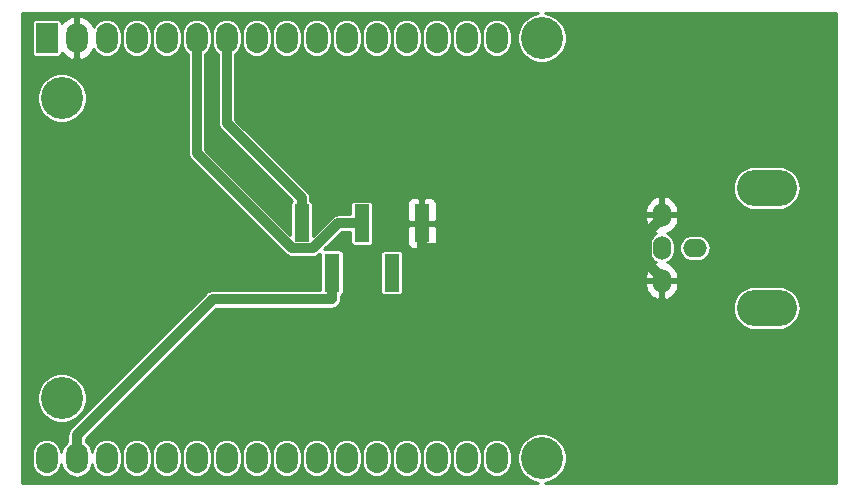
<source format=gtl>
%TF.GenerationSoftware,KiCad,Pcbnew,5.1.7-a382d34a8~87~ubuntu20.04.1*%
%TF.CreationDate,2020-10-29T11:39:12-04:00*%
%TF.ProjectId,encoder_interface_simple_3x2,656e636f-6465-4725-9f69-6e7465726661,1.1*%
%TF.SameCoordinates,Original*%
%TF.FileFunction,Copper,L1,Top*%
%TF.FilePolarity,Positive*%
%FSLAX46Y46*%
G04 Gerber Fmt 4.6, Leading zero omitted, Abs format (unit mm)*
G04 Created by KiCad (PCBNEW 5.1.7-a382d34a8~87~ubuntu20.04.1) date 2020-10-29 11:39:12*
%MOMM*%
%LPD*%
G01*
G04 APERTURE LIST*
%TA.AperFunction,ComponentPad*%
%ADD10C,3.556000*%
%TD*%
%TA.AperFunction,ComponentPad*%
%ADD11O,1.854200X2.540000*%
%TD*%
%TA.AperFunction,ComponentPad*%
%ADD12R,1.854200X2.540000*%
%TD*%
%TA.AperFunction,ComponentPad*%
%ADD13O,5.080000X3.048000*%
%TD*%
%TA.AperFunction,ComponentPad*%
%ADD14O,2.032000X1.524000*%
%TD*%
%TA.AperFunction,ComponentPad*%
%ADD15O,1.524000X2.032000*%
%TD*%
%TA.AperFunction,SMDPad,CuDef*%
%ADD16R,1.270000X3.175000*%
%TD*%
%TA.AperFunction,Conductor*%
%ADD17C,0.812800*%
%TD*%
%TA.AperFunction,Conductor*%
%ADD18C,0.254000*%
%TD*%
%TA.AperFunction,Conductor*%
%ADD19C,0.100000*%
%TD*%
G04 APERTURE END LIST*
D10*
%TO.P,MDB1,*%
%TO.N,*%
X130175000Y-71120000D03*
X130175000Y-106680000D03*
X89535000Y-101600000D03*
X89535000Y-76200000D03*
D11*
%TO.P,MDB1,AREF*%
%TO.N,N/C*%
X88265000Y-106680000D03*
%TO.P,MDB1,VEE*%
%TO.N,VEE*%
X90805000Y-106680000D03*
%TO.P,MDB1,AGND*%
%TO.N,N/C*%
X93345000Y-106680000D03*
%TO.P,MDB1,3V3*%
X95885000Y-106680000D03*
%TO.P,MDB1,23*%
X98425000Y-106680000D03*
%TO.P,MDB1,22*%
X100965000Y-106680000D03*
%TO.P,MDB1,21*%
X103505000Y-106680000D03*
%TO.P,MDB1,20*%
X106045000Y-106680000D03*
%TO.P,MDB1,19*%
X108585000Y-106680000D03*
%TO.P,MDB1,18*%
X111125000Y-106680000D03*
%TO.P,MDB1,17*%
X113665000Y-106680000D03*
%TO.P,MDB1,16*%
X116205000Y-106680000D03*
%TO.P,MDB1,15*%
X118745000Y-106680000D03*
%TO.P,MDB1,14*%
X121285000Y-106680000D03*
%TO.P,MDB1,13*%
X123825000Y-106680000D03*
%TO.P,MDB1,DAC*%
X126365000Y-106680000D03*
%TO.P,MDB1,28*%
X126365000Y-71120000D03*
%TO.P,MDB1,12*%
X123825000Y-71120000D03*
%TO.P,MDB1,11*%
X121285000Y-71120000D03*
%TO.P,MDB1,10*%
X118745000Y-71120000D03*
%TO.P,MDB1,9*%
X116205000Y-71120000D03*
%TO.P,MDB1,29*%
X113665000Y-71120000D03*
%TO.P,MDB1,30*%
X111125000Y-71120000D03*
%TO.P,MDB1,6*%
X108585000Y-71120000D03*
%TO.P,MDB1,5*%
X106045000Y-71120000D03*
%TO.P,MDB1,4*%
%TO.N,/ENCODER_B*%
X103505000Y-71120000D03*
%TO.P,MDB1,3*%
%TO.N,/ENCODER_A*%
X100965000Y-71120000D03*
%TO.P,MDB1,2*%
%TO.N,/~ENABLE*%
X98425000Y-71120000D03*
%TO.P,MDB1,25*%
%TO.N,N/C*%
X95885000Y-71120000D03*
D12*
%TO.P,MDB1,VDD*%
X88265000Y-71120000D03*
D11*
%TO.P,MDB1,24*%
X93345000Y-71120000D03*
%TO.P,MDB1,GND*%
%TO.N,GND*%
X90805000Y-71120000D03*
%TD*%
D13*
%TO.P,P1,*%
%TO.N,*%
X149225000Y-83820000D03*
X149225000Y-93980000D03*
D14*
%TO.P,P1,1*%
%TO.N,/ENCODER_A_BUF*%
X143129000Y-88900000D03*
D15*
%TO.P,P1,3*%
%TO.N,/ENCODER_B_BUF*%
X140335000Y-88900000D03*
%TO.P,P1,2*%
%TO.N,GND*%
X140335000Y-91694000D03*
%TO.P,P1,4*%
X140335000Y-86106000D03*
%TD*%
D16*
%TO.P,P2,2*%
%TO.N,N/C*%
X117475000Y-90995500D03*
%TO.P,P2,1*%
%TO.N,GND*%
X120015000Y-86804500D03*
%TO.P,P2,3*%
%TO.N,/ENCODER_A*%
X114935000Y-86804500D03*
%TO.P,P2,4*%
%TO.N,VEE*%
X112395000Y-90995500D03*
%TO.P,P2,5*%
%TO.N,/ENCODER_B*%
X109855000Y-86804500D03*
%TD*%
D17*
%TO.N,VEE*%
X90805000Y-106680000D02*
X90805000Y-104749300D01*
X112395000Y-90995500D02*
X112395000Y-93243700D01*
X112395000Y-93243700D02*
X102310600Y-93243700D01*
X102310600Y-93243700D02*
X90805000Y-104749300D01*
%TO.N,GND*%
X120015000Y-86804500D02*
X120015000Y-88925400D01*
X139064600Y-88925400D02*
X139064600Y-90169600D01*
X139064600Y-90169600D02*
X140335000Y-91440000D01*
X140335000Y-86360000D02*
X139064600Y-87630400D01*
X139064600Y-87630400D02*
X139064600Y-88925400D01*
X120015000Y-88925400D02*
X139064600Y-88925400D01*
%TO.N,/ENCODER_A*%
X100965000Y-71120000D02*
X100965000Y-80891300D01*
X100965000Y-80891300D02*
X108992700Y-88919000D01*
X108992700Y-88919000D02*
X110826600Y-88919000D01*
X110826600Y-88919000D02*
X112941100Y-86804500D01*
X112941100Y-86804500D02*
X114935000Y-86804500D01*
%TO.N,/ENCODER_B*%
X109855000Y-86804500D02*
X109855000Y-84683600D01*
X109855000Y-84683600D02*
X103505000Y-78333600D01*
X103505000Y-78333600D02*
X103505000Y-71120000D01*
%TD*%
D18*
%TO.N,GND*%
X129560061Y-69092817D02*
X129176393Y-69251737D01*
X128831101Y-69482454D01*
X128537454Y-69776101D01*
X128306737Y-70121393D01*
X128147817Y-70505061D01*
X128066800Y-70912360D01*
X128066800Y-71327640D01*
X128147817Y-71734939D01*
X128306737Y-72118607D01*
X128537454Y-72463899D01*
X128831101Y-72757546D01*
X129176393Y-72988263D01*
X129560061Y-73147183D01*
X129967360Y-73228200D01*
X130382640Y-73228200D01*
X130789939Y-73147183D01*
X131173607Y-72988263D01*
X131518899Y-72757546D01*
X131812546Y-72463899D01*
X132043263Y-72118607D01*
X132202183Y-71734939D01*
X132283200Y-71327640D01*
X132283200Y-70912360D01*
X132202183Y-70505061D01*
X132043263Y-70121393D01*
X131812546Y-69776101D01*
X131518899Y-69482454D01*
X131173607Y-69251737D01*
X130789939Y-69092817D01*
X130446487Y-69024500D01*
X155130501Y-69024500D01*
X155130500Y-108775500D01*
X130446487Y-108775500D01*
X130789939Y-108707183D01*
X131173607Y-108548263D01*
X131518899Y-108317546D01*
X131812546Y-108023899D01*
X132043263Y-107678607D01*
X132202183Y-107294939D01*
X132283200Y-106887640D01*
X132283200Y-106472360D01*
X132202183Y-106065061D01*
X132043263Y-105681393D01*
X131812546Y-105336101D01*
X131518899Y-105042454D01*
X131173607Y-104811737D01*
X130789939Y-104652817D01*
X130382640Y-104571800D01*
X129967360Y-104571800D01*
X129560061Y-104652817D01*
X129176393Y-104811737D01*
X128831101Y-105042454D01*
X128537454Y-105336101D01*
X128306737Y-105681393D01*
X128147817Y-106065061D01*
X128066800Y-106472360D01*
X128066800Y-106887640D01*
X128147817Y-107294939D01*
X128306737Y-107678607D01*
X128537454Y-108023899D01*
X128831101Y-108317546D01*
X129176393Y-108548263D01*
X129560061Y-108707183D01*
X129903513Y-108775500D01*
X86169500Y-108775500D01*
X86169500Y-106275340D01*
X87007700Y-106275340D01*
X87007700Y-107084661D01*
X87025893Y-107269374D01*
X87097786Y-107506376D01*
X87214535Y-107724798D01*
X87371654Y-107916247D01*
X87563103Y-108073365D01*
X87781525Y-108190114D01*
X88018527Y-108262007D01*
X88265000Y-108286283D01*
X88511474Y-108262007D01*
X88748476Y-108190114D01*
X88966898Y-108073365D01*
X89158347Y-107916247D01*
X89315465Y-107724798D01*
X89432214Y-107506376D01*
X89504107Y-107269373D01*
X89509477Y-107214855D01*
X89515827Y-107279332D01*
X89590626Y-107525910D01*
X89712092Y-107753158D01*
X89875559Y-107952342D01*
X90074743Y-108115808D01*
X90301991Y-108237274D01*
X90548569Y-108312073D01*
X90805000Y-108337329D01*
X91061432Y-108312073D01*
X91308010Y-108237274D01*
X91535258Y-108115808D01*
X91734442Y-107952342D01*
X91897908Y-107753158D01*
X92019374Y-107525910D01*
X92094173Y-107279331D01*
X92100523Y-107214855D01*
X92105893Y-107269374D01*
X92177786Y-107506376D01*
X92294535Y-107724798D01*
X92451654Y-107916247D01*
X92643103Y-108073365D01*
X92861525Y-108190114D01*
X93098527Y-108262007D01*
X93345000Y-108286283D01*
X93591474Y-108262007D01*
X93828476Y-108190114D01*
X94046898Y-108073365D01*
X94238347Y-107916247D01*
X94395465Y-107724798D01*
X94512214Y-107506376D01*
X94584107Y-107269373D01*
X94602300Y-107084660D01*
X94602300Y-106275340D01*
X94627700Y-106275340D01*
X94627700Y-107084661D01*
X94645893Y-107269374D01*
X94717786Y-107506376D01*
X94834535Y-107724798D01*
X94991654Y-107916247D01*
X95183103Y-108073365D01*
X95401525Y-108190114D01*
X95638527Y-108262007D01*
X95885000Y-108286283D01*
X96131474Y-108262007D01*
X96368476Y-108190114D01*
X96586898Y-108073365D01*
X96778347Y-107916247D01*
X96935465Y-107724798D01*
X97052214Y-107506376D01*
X97124107Y-107269373D01*
X97142300Y-107084660D01*
X97142300Y-106275340D01*
X97167700Y-106275340D01*
X97167700Y-107084661D01*
X97185893Y-107269374D01*
X97257786Y-107506376D01*
X97374535Y-107724798D01*
X97531654Y-107916247D01*
X97723103Y-108073365D01*
X97941525Y-108190114D01*
X98178527Y-108262007D01*
X98425000Y-108286283D01*
X98671474Y-108262007D01*
X98908476Y-108190114D01*
X99126898Y-108073365D01*
X99318347Y-107916247D01*
X99475465Y-107724798D01*
X99592214Y-107506376D01*
X99664107Y-107269373D01*
X99682300Y-107084660D01*
X99682300Y-106275340D01*
X99707700Y-106275340D01*
X99707700Y-107084661D01*
X99725893Y-107269374D01*
X99797786Y-107506376D01*
X99914535Y-107724798D01*
X100071654Y-107916247D01*
X100263103Y-108073365D01*
X100481525Y-108190114D01*
X100718527Y-108262007D01*
X100965000Y-108286283D01*
X101211474Y-108262007D01*
X101448476Y-108190114D01*
X101666898Y-108073365D01*
X101858347Y-107916247D01*
X102015465Y-107724798D01*
X102132214Y-107506376D01*
X102204107Y-107269373D01*
X102222300Y-107084660D01*
X102222300Y-106275340D01*
X102247700Y-106275340D01*
X102247700Y-107084661D01*
X102265893Y-107269374D01*
X102337786Y-107506376D01*
X102454535Y-107724798D01*
X102611654Y-107916247D01*
X102803103Y-108073365D01*
X103021525Y-108190114D01*
X103258527Y-108262007D01*
X103505000Y-108286283D01*
X103751474Y-108262007D01*
X103988476Y-108190114D01*
X104206898Y-108073365D01*
X104398347Y-107916247D01*
X104555465Y-107724798D01*
X104672214Y-107506376D01*
X104744107Y-107269373D01*
X104762300Y-107084660D01*
X104762300Y-106275340D01*
X104787700Y-106275340D01*
X104787700Y-107084661D01*
X104805893Y-107269374D01*
X104877786Y-107506376D01*
X104994535Y-107724798D01*
X105151654Y-107916247D01*
X105343103Y-108073365D01*
X105561525Y-108190114D01*
X105798527Y-108262007D01*
X106045000Y-108286283D01*
X106291474Y-108262007D01*
X106528476Y-108190114D01*
X106746898Y-108073365D01*
X106938347Y-107916247D01*
X107095465Y-107724798D01*
X107212214Y-107506376D01*
X107284107Y-107269373D01*
X107302300Y-107084660D01*
X107302300Y-106275340D01*
X107327700Y-106275340D01*
X107327700Y-107084661D01*
X107345893Y-107269374D01*
X107417786Y-107506376D01*
X107534535Y-107724798D01*
X107691654Y-107916247D01*
X107883103Y-108073365D01*
X108101525Y-108190114D01*
X108338527Y-108262007D01*
X108585000Y-108286283D01*
X108831474Y-108262007D01*
X109068476Y-108190114D01*
X109286898Y-108073365D01*
X109478347Y-107916247D01*
X109635465Y-107724798D01*
X109752214Y-107506376D01*
X109824107Y-107269373D01*
X109842300Y-107084660D01*
X109842300Y-106275340D01*
X109867700Y-106275340D01*
X109867700Y-107084661D01*
X109885893Y-107269374D01*
X109957786Y-107506376D01*
X110074535Y-107724798D01*
X110231654Y-107916247D01*
X110423103Y-108073365D01*
X110641525Y-108190114D01*
X110878527Y-108262007D01*
X111125000Y-108286283D01*
X111371474Y-108262007D01*
X111608476Y-108190114D01*
X111826898Y-108073365D01*
X112018347Y-107916247D01*
X112175465Y-107724798D01*
X112292214Y-107506376D01*
X112364107Y-107269373D01*
X112382300Y-107084660D01*
X112382300Y-106275340D01*
X112407700Y-106275340D01*
X112407700Y-107084661D01*
X112425893Y-107269374D01*
X112497786Y-107506376D01*
X112614535Y-107724798D01*
X112771654Y-107916247D01*
X112963103Y-108073365D01*
X113181525Y-108190114D01*
X113418527Y-108262007D01*
X113665000Y-108286283D01*
X113911474Y-108262007D01*
X114148476Y-108190114D01*
X114366898Y-108073365D01*
X114558347Y-107916247D01*
X114715465Y-107724798D01*
X114832214Y-107506376D01*
X114904107Y-107269373D01*
X114922300Y-107084660D01*
X114922300Y-106275340D01*
X114947700Y-106275340D01*
X114947700Y-107084661D01*
X114965893Y-107269374D01*
X115037786Y-107506376D01*
X115154535Y-107724798D01*
X115311654Y-107916247D01*
X115503103Y-108073365D01*
X115721525Y-108190114D01*
X115958527Y-108262007D01*
X116205000Y-108286283D01*
X116451474Y-108262007D01*
X116688476Y-108190114D01*
X116906898Y-108073365D01*
X117098347Y-107916247D01*
X117255465Y-107724798D01*
X117372214Y-107506376D01*
X117444107Y-107269373D01*
X117462300Y-107084660D01*
X117462300Y-106275340D01*
X117487700Y-106275340D01*
X117487700Y-107084661D01*
X117505893Y-107269374D01*
X117577786Y-107506376D01*
X117694535Y-107724798D01*
X117851654Y-107916247D01*
X118043103Y-108073365D01*
X118261525Y-108190114D01*
X118498527Y-108262007D01*
X118745000Y-108286283D01*
X118991474Y-108262007D01*
X119228476Y-108190114D01*
X119446898Y-108073365D01*
X119638347Y-107916247D01*
X119795465Y-107724798D01*
X119912214Y-107506376D01*
X119984107Y-107269373D01*
X120002300Y-107084660D01*
X120002300Y-106275340D01*
X120027700Y-106275340D01*
X120027700Y-107084661D01*
X120045893Y-107269374D01*
X120117786Y-107506376D01*
X120234535Y-107724798D01*
X120391654Y-107916247D01*
X120583103Y-108073365D01*
X120801525Y-108190114D01*
X121038527Y-108262007D01*
X121285000Y-108286283D01*
X121531474Y-108262007D01*
X121768476Y-108190114D01*
X121986898Y-108073365D01*
X122178347Y-107916247D01*
X122335465Y-107724798D01*
X122452214Y-107506376D01*
X122524107Y-107269373D01*
X122542300Y-107084660D01*
X122542300Y-106275340D01*
X122567700Y-106275340D01*
X122567700Y-107084661D01*
X122585893Y-107269374D01*
X122657786Y-107506376D01*
X122774535Y-107724798D01*
X122931654Y-107916247D01*
X123123103Y-108073365D01*
X123341525Y-108190114D01*
X123578527Y-108262007D01*
X123825000Y-108286283D01*
X124071474Y-108262007D01*
X124308476Y-108190114D01*
X124526898Y-108073365D01*
X124718347Y-107916247D01*
X124875465Y-107724798D01*
X124992214Y-107506376D01*
X125064107Y-107269373D01*
X125082300Y-107084660D01*
X125082300Y-106275340D01*
X125107700Y-106275340D01*
X125107700Y-107084661D01*
X125125893Y-107269374D01*
X125197786Y-107506376D01*
X125314535Y-107724798D01*
X125471654Y-107916247D01*
X125663103Y-108073365D01*
X125881525Y-108190114D01*
X126118527Y-108262007D01*
X126365000Y-108286283D01*
X126611474Y-108262007D01*
X126848476Y-108190114D01*
X127066898Y-108073365D01*
X127258347Y-107916247D01*
X127415465Y-107724798D01*
X127532214Y-107506376D01*
X127604107Y-107269373D01*
X127622300Y-107084660D01*
X127622300Y-106275339D01*
X127604107Y-106090626D01*
X127532214Y-105853624D01*
X127415465Y-105635202D01*
X127258347Y-105443753D01*
X127066897Y-105286635D01*
X126848475Y-105169886D01*
X126611473Y-105097993D01*
X126365000Y-105073717D01*
X126118526Y-105097993D01*
X125881524Y-105169886D01*
X125663102Y-105286635D01*
X125471653Y-105443753D01*
X125314535Y-105635203D01*
X125197786Y-105853625D01*
X125125893Y-106090627D01*
X125107700Y-106275340D01*
X125082300Y-106275340D01*
X125082300Y-106275339D01*
X125064107Y-106090626D01*
X124992214Y-105853624D01*
X124875465Y-105635202D01*
X124718347Y-105443753D01*
X124526897Y-105286635D01*
X124308475Y-105169886D01*
X124071473Y-105097993D01*
X123825000Y-105073717D01*
X123578526Y-105097993D01*
X123341524Y-105169886D01*
X123123102Y-105286635D01*
X122931653Y-105443753D01*
X122774535Y-105635203D01*
X122657786Y-105853625D01*
X122585893Y-106090627D01*
X122567700Y-106275340D01*
X122542300Y-106275340D01*
X122542300Y-106275339D01*
X122524107Y-106090626D01*
X122452214Y-105853624D01*
X122335465Y-105635202D01*
X122178347Y-105443753D01*
X121986897Y-105286635D01*
X121768475Y-105169886D01*
X121531473Y-105097993D01*
X121285000Y-105073717D01*
X121038526Y-105097993D01*
X120801524Y-105169886D01*
X120583102Y-105286635D01*
X120391653Y-105443753D01*
X120234535Y-105635203D01*
X120117786Y-105853625D01*
X120045893Y-106090627D01*
X120027700Y-106275340D01*
X120002300Y-106275340D01*
X120002300Y-106275339D01*
X119984107Y-106090626D01*
X119912214Y-105853624D01*
X119795465Y-105635202D01*
X119638347Y-105443753D01*
X119446897Y-105286635D01*
X119228475Y-105169886D01*
X118991473Y-105097993D01*
X118745000Y-105073717D01*
X118498526Y-105097993D01*
X118261524Y-105169886D01*
X118043102Y-105286635D01*
X117851653Y-105443753D01*
X117694535Y-105635203D01*
X117577786Y-105853625D01*
X117505893Y-106090627D01*
X117487700Y-106275340D01*
X117462300Y-106275340D01*
X117462300Y-106275339D01*
X117444107Y-106090626D01*
X117372214Y-105853624D01*
X117255465Y-105635202D01*
X117098347Y-105443753D01*
X116906897Y-105286635D01*
X116688475Y-105169886D01*
X116451473Y-105097993D01*
X116205000Y-105073717D01*
X115958526Y-105097993D01*
X115721524Y-105169886D01*
X115503102Y-105286635D01*
X115311653Y-105443753D01*
X115154535Y-105635203D01*
X115037786Y-105853625D01*
X114965893Y-106090627D01*
X114947700Y-106275340D01*
X114922300Y-106275340D01*
X114922300Y-106275339D01*
X114904107Y-106090626D01*
X114832214Y-105853624D01*
X114715465Y-105635202D01*
X114558347Y-105443753D01*
X114366897Y-105286635D01*
X114148475Y-105169886D01*
X113911473Y-105097993D01*
X113665000Y-105073717D01*
X113418526Y-105097993D01*
X113181524Y-105169886D01*
X112963102Y-105286635D01*
X112771653Y-105443753D01*
X112614535Y-105635203D01*
X112497786Y-105853625D01*
X112425893Y-106090627D01*
X112407700Y-106275340D01*
X112382300Y-106275340D01*
X112382300Y-106275339D01*
X112364107Y-106090626D01*
X112292214Y-105853624D01*
X112175465Y-105635202D01*
X112018347Y-105443753D01*
X111826897Y-105286635D01*
X111608475Y-105169886D01*
X111371473Y-105097993D01*
X111125000Y-105073717D01*
X110878526Y-105097993D01*
X110641524Y-105169886D01*
X110423102Y-105286635D01*
X110231653Y-105443753D01*
X110074535Y-105635203D01*
X109957786Y-105853625D01*
X109885893Y-106090627D01*
X109867700Y-106275340D01*
X109842300Y-106275340D01*
X109842300Y-106275339D01*
X109824107Y-106090626D01*
X109752214Y-105853624D01*
X109635465Y-105635202D01*
X109478347Y-105443753D01*
X109286897Y-105286635D01*
X109068475Y-105169886D01*
X108831473Y-105097993D01*
X108585000Y-105073717D01*
X108338526Y-105097993D01*
X108101524Y-105169886D01*
X107883102Y-105286635D01*
X107691653Y-105443753D01*
X107534535Y-105635203D01*
X107417786Y-105853625D01*
X107345893Y-106090627D01*
X107327700Y-106275340D01*
X107302300Y-106275340D01*
X107302300Y-106275339D01*
X107284107Y-106090626D01*
X107212214Y-105853624D01*
X107095465Y-105635202D01*
X106938347Y-105443753D01*
X106746897Y-105286635D01*
X106528475Y-105169886D01*
X106291473Y-105097993D01*
X106045000Y-105073717D01*
X105798526Y-105097993D01*
X105561524Y-105169886D01*
X105343102Y-105286635D01*
X105151653Y-105443753D01*
X104994535Y-105635203D01*
X104877786Y-105853625D01*
X104805893Y-106090627D01*
X104787700Y-106275340D01*
X104762300Y-106275340D01*
X104762300Y-106275339D01*
X104744107Y-106090626D01*
X104672214Y-105853624D01*
X104555465Y-105635202D01*
X104398347Y-105443753D01*
X104206897Y-105286635D01*
X103988475Y-105169886D01*
X103751473Y-105097993D01*
X103505000Y-105073717D01*
X103258526Y-105097993D01*
X103021524Y-105169886D01*
X102803102Y-105286635D01*
X102611653Y-105443753D01*
X102454535Y-105635203D01*
X102337786Y-105853625D01*
X102265893Y-106090627D01*
X102247700Y-106275340D01*
X102222300Y-106275340D01*
X102222300Y-106275339D01*
X102204107Y-106090626D01*
X102132214Y-105853624D01*
X102015465Y-105635202D01*
X101858347Y-105443753D01*
X101666897Y-105286635D01*
X101448475Y-105169886D01*
X101211473Y-105097993D01*
X100965000Y-105073717D01*
X100718526Y-105097993D01*
X100481524Y-105169886D01*
X100263102Y-105286635D01*
X100071653Y-105443753D01*
X99914535Y-105635203D01*
X99797786Y-105853625D01*
X99725893Y-106090627D01*
X99707700Y-106275340D01*
X99682300Y-106275340D01*
X99682300Y-106275339D01*
X99664107Y-106090626D01*
X99592214Y-105853624D01*
X99475465Y-105635202D01*
X99318347Y-105443753D01*
X99126897Y-105286635D01*
X98908475Y-105169886D01*
X98671473Y-105097993D01*
X98425000Y-105073717D01*
X98178526Y-105097993D01*
X97941524Y-105169886D01*
X97723102Y-105286635D01*
X97531653Y-105443753D01*
X97374535Y-105635203D01*
X97257786Y-105853625D01*
X97185893Y-106090627D01*
X97167700Y-106275340D01*
X97142300Y-106275340D01*
X97142300Y-106275339D01*
X97124107Y-106090626D01*
X97052214Y-105853624D01*
X96935465Y-105635202D01*
X96778347Y-105443753D01*
X96586897Y-105286635D01*
X96368475Y-105169886D01*
X96131473Y-105097993D01*
X95885000Y-105073717D01*
X95638526Y-105097993D01*
X95401524Y-105169886D01*
X95183102Y-105286635D01*
X94991653Y-105443753D01*
X94834535Y-105635203D01*
X94717786Y-105853625D01*
X94645893Y-106090627D01*
X94627700Y-106275340D01*
X94602300Y-106275340D01*
X94602300Y-106275339D01*
X94584107Y-106090626D01*
X94512214Y-105853624D01*
X94395465Y-105635202D01*
X94238347Y-105443753D01*
X94046897Y-105286635D01*
X93828475Y-105169886D01*
X93591473Y-105097993D01*
X93345000Y-105073717D01*
X93098526Y-105097993D01*
X92861524Y-105169886D01*
X92643102Y-105286635D01*
X92451653Y-105443753D01*
X92294535Y-105635203D01*
X92177786Y-105853625D01*
X92105893Y-106090627D01*
X92100523Y-106145145D01*
X92094173Y-106080668D01*
X92019374Y-105834090D01*
X91897908Y-105606842D01*
X91734442Y-105407658D01*
X91592400Y-105291088D01*
X91592400Y-105075450D01*
X102636752Y-94031100D01*
X112356327Y-94031100D01*
X112395000Y-94034909D01*
X112433673Y-94031100D01*
X112549357Y-94019706D01*
X112680251Y-93980000D01*
X146345829Y-93980000D01*
X146381629Y-94343487D01*
X146487654Y-94693005D01*
X146659830Y-95015122D01*
X146891539Y-95297461D01*
X147173878Y-95529170D01*
X147495995Y-95701346D01*
X147845513Y-95807371D01*
X148117915Y-95834200D01*
X150332085Y-95834200D01*
X150604487Y-95807371D01*
X150954005Y-95701346D01*
X151276122Y-95529170D01*
X151558461Y-95297461D01*
X151790170Y-95015122D01*
X151962346Y-94693005D01*
X152068371Y-94343487D01*
X152104171Y-93980000D01*
X152068371Y-93616513D01*
X151962346Y-93266995D01*
X151790170Y-92944878D01*
X151558461Y-92662539D01*
X151276122Y-92430830D01*
X150954005Y-92258654D01*
X150604487Y-92152629D01*
X150332085Y-92125800D01*
X148117915Y-92125800D01*
X147845513Y-92152629D01*
X147495995Y-92258654D01*
X147173878Y-92430830D01*
X146891539Y-92662539D01*
X146659830Y-92944878D01*
X146487654Y-93266995D01*
X146381629Y-93616513D01*
X146345829Y-93980000D01*
X112680251Y-93980000D01*
X112697783Y-93974682D01*
X112834572Y-93901566D01*
X112954469Y-93803169D01*
X113052866Y-93683272D01*
X113125982Y-93546483D01*
X113171006Y-93398057D01*
X113186209Y-93243700D01*
X113182400Y-93205027D01*
X113182400Y-92933552D01*
X113242696Y-92901322D01*
X113300711Y-92853711D01*
X113348322Y-92795696D01*
X113383701Y-92729508D01*
X113405487Y-92657689D01*
X113412843Y-92583000D01*
X113412843Y-89408000D01*
X116508203Y-89408000D01*
X116508203Y-92583000D01*
X116514578Y-92647730D01*
X116533460Y-92709973D01*
X116564121Y-92767337D01*
X116605384Y-92817616D01*
X116655663Y-92858879D01*
X116713027Y-92889540D01*
X116775270Y-92908422D01*
X116840000Y-92914797D01*
X118110000Y-92914797D01*
X118174730Y-92908422D01*
X118236973Y-92889540D01*
X118294337Y-92858879D01*
X118344616Y-92817616D01*
X118385879Y-92767337D01*
X118416540Y-92709973D01*
X118435422Y-92647730D01*
X118441797Y-92583000D01*
X118441797Y-91821000D01*
X138938000Y-91821000D01*
X138938000Y-92075000D01*
X138989619Y-92345101D01*
X139092941Y-92599942D01*
X139243994Y-92829729D01*
X139436974Y-93025632D01*
X139664465Y-93180122D01*
X139917724Y-93287262D01*
X139991930Y-93302220D01*
X140208000Y-93179720D01*
X140208000Y-91821000D01*
X140462000Y-91821000D01*
X140462000Y-93179720D01*
X140678070Y-93302220D01*
X140752276Y-93287262D01*
X141005535Y-93180122D01*
X141233026Y-93025632D01*
X141426006Y-92829729D01*
X141577059Y-92599942D01*
X141680381Y-92345101D01*
X141732000Y-92075000D01*
X141732000Y-91821000D01*
X140462000Y-91821000D01*
X140208000Y-91821000D01*
X138938000Y-91821000D01*
X118441797Y-91821000D01*
X118441797Y-89408000D01*
X118435422Y-89343270D01*
X118416540Y-89281027D01*
X118385879Y-89223663D01*
X118344616Y-89173384D01*
X118294337Y-89132121D01*
X118236973Y-89101460D01*
X118174730Y-89082578D01*
X118110000Y-89076203D01*
X116840000Y-89076203D01*
X116775270Y-89082578D01*
X116713027Y-89101460D01*
X116655663Y-89132121D01*
X116605384Y-89173384D01*
X116564121Y-89223663D01*
X116533460Y-89281027D01*
X116514578Y-89343270D01*
X116508203Y-89408000D01*
X113412843Y-89408000D01*
X113405487Y-89333311D01*
X113383701Y-89261492D01*
X113348322Y-89195304D01*
X113300711Y-89137289D01*
X113242696Y-89089678D01*
X113176508Y-89054299D01*
X113104689Y-89032513D01*
X113030000Y-89025157D01*
X111762152Y-89025157D01*
X113246210Y-87541100D01*
X113968203Y-87541100D01*
X113968203Y-88392000D01*
X113974578Y-88456730D01*
X113993460Y-88518973D01*
X114024121Y-88576337D01*
X114065384Y-88626616D01*
X114115663Y-88667879D01*
X114173027Y-88698540D01*
X114235270Y-88717422D01*
X114300000Y-88723797D01*
X115570000Y-88723797D01*
X115634730Y-88717422D01*
X115696973Y-88698540D01*
X115754337Y-88667879D01*
X115804616Y-88626616D01*
X115845879Y-88576337D01*
X115876540Y-88518973D01*
X115895422Y-88456730D01*
X115901797Y-88392000D01*
X118741928Y-88392000D01*
X118754188Y-88516482D01*
X118790498Y-88636180D01*
X118849463Y-88746494D01*
X118928815Y-88843185D01*
X119025506Y-88922537D01*
X119135820Y-88981502D01*
X119255518Y-89017812D01*
X119380000Y-89030072D01*
X119729250Y-89027000D01*
X119888000Y-88868250D01*
X119888000Y-86931500D01*
X120142000Y-86931500D01*
X120142000Y-88868250D01*
X120300750Y-89027000D01*
X120650000Y-89030072D01*
X120774482Y-89017812D01*
X120894180Y-88981502D01*
X121004494Y-88922537D01*
X121101185Y-88843185D01*
X121180537Y-88746494D01*
X121239502Y-88636180D01*
X121275812Y-88516482D01*
X121288072Y-88392000D01*
X121285000Y-87090250D01*
X121126250Y-86931500D01*
X120142000Y-86931500D01*
X119888000Y-86931500D01*
X118903750Y-86931500D01*
X118745000Y-87090250D01*
X118741928Y-88392000D01*
X115901797Y-88392000D01*
X115901797Y-85217000D01*
X118741928Y-85217000D01*
X118745000Y-86518750D01*
X118903750Y-86677500D01*
X119888000Y-86677500D01*
X119888000Y-84740750D01*
X120142000Y-84740750D01*
X120142000Y-86677500D01*
X121126250Y-86677500D01*
X121285000Y-86518750D01*
X121285674Y-86233000D01*
X138938000Y-86233000D01*
X138938000Y-86487000D01*
X138989619Y-86757101D01*
X139092941Y-87011942D01*
X139243994Y-87241729D01*
X139436974Y-87437632D01*
X139664465Y-87592122D01*
X139846026Y-87668931D01*
X139725272Y-87733475D01*
X139558963Y-87869962D01*
X139422476Y-88036271D01*
X139321057Y-88226011D01*
X139258604Y-88431891D01*
X139242800Y-88592351D01*
X139242800Y-89207648D01*
X139258604Y-89368108D01*
X139321057Y-89573988D01*
X139422475Y-89763729D01*
X139558962Y-89930038D01*
X139725271Y-90066525D01*
X139846026Y-90131070D01*
X139664465Y-90207878D01*
X139436974Y-90362368D01*
X139243994Y-90558271D01*
X139092941Y-90788058D01*
X138989619Y-91042899D01*
X138938000Y-91313000D01*
X138938000Y-91567000D01*
X140208000Y-91567000D01*
X140208000Y-91547000D01*
X140462000Y-91547000D01*
X140462000Y-91567000D01*
X141732000Y-91567000D01*
X141732000Y-91313000D01*
X141680381Y-91042899D01*
X141577059Y-90788058D01*
X141426006Y-90558271D01*
X141233026Y-90362368D01*
X141005535Y-90207878D01*
X140823974Y-90131069D01*
X140944729Y-90066525D01*
X141111038Y-89930038D01*
X141247525Y-89763729D01*
X141348943Y-89573989D01*
X141411396Y-89368109D01*
X141427200Y-89207649D01*
X141427200Y-88900000D01*
X141777516Y-88900000D01*
X141798604Y-89114109D01*
X141861057Y-89319989D01*
X141962475Y-89509729D01*
X142098962Y-89676038D01*
X142265271Y-89812525D01*
X142455011Y-89913943D01*
X142660891Y-89976396D01*
X142821351Y-89992200D01*
X143436649Y-89992200D01*
X143597109Y-89976396D01*
X143802989Y-89913943D01*
X143992729Y-89812525D01*
X144159038Y-89676038D01*
X144295525Y-89509729D01*
X144396943Y-89319989D01*
X144459396Y-89114109D01*
X144480484Y-88900000D01*
X144459396Y-88685891D01*
X144396943Y-88480011D01*
X144295525Y-88290271D01*
X144159038Y-88123962D01*
X143992729Y-87987475D01*
X143802989Y-87886057D01*
X143597109Y-87823604D01*
X143436649Y-87807800D01*
X142821351Y-87807800D01*
X142660891Y-87823604D01*
X142455011Y-87886057D01*
X142265271Y-87987475D01*
X142098962Y-88123962D01*
X141962475Y-88290271D01*
X141861057Y-88480011D01*
X141798604Y-88685891D01*
X141777516Y-88900000D01*
X141427200Y-88900000D01*
X141427200Y-88592352D01*
X141411396Y-88431892D01*
X141348943Y-88226012D01*
X141247525Y-88036271D01*
X141111038Y-87869962D01*
X140944729Y-87733475D01*
X140823974Y-87668930D01*
X141005535Y-87592122D01*
X141233026Y-87437632D01*
X141426006Y-87241729D01*
X141577059Y-87011942D01*
X141680381Y-86757101D01*
X141732000Y-86487000D01*
X141732000Y-86233000D01*
X140462000Y-86233000D01*
X140462000Y-86253000D01*
X140208000Y-86253000D01*
X140208000Y-86233000D01*
X138938000Y-86233000D01*
X121285674Y-86233000D01*
X121286873Y-85725000D01*
X138938000Y-85725000D01*
X138938000Y-85979000D01*
X140208000Y-85979000D01*
X140208000Y-84620280D01*
X140462000Y-84620280D01*
X140462000Y-85979000D01*
X141732000Y-85979000D01*
X141732000Y-85725000D01*
X141680381Y-85454899D01*
X141577059Y-85200058D01*
X141426006Y-84970271D01*
X141233026Y-84774368D01*
X141005535Y-84619878D01*
X140752276Y-84512738D01*
X140678070Y-84497780D01*
X140462000Y-84620280D01*
X140208000Y-84620280D01*
X139991930Y-84497780D01*
X139917724Y-84512738D01*
X139664465Y-84619878D01*
X139436974Y-84774368D01*
X139243994Y-84970271D01*
X139092941Y-85200058D01*
X138989619Y-85454899D01*
X138938000Y-85725000D01*
X121286873Y-85725000D01*
X121288072Y-85217000D01*
X121275812Y-85092518D01*
X121239502Y-84972820D01*
X121180537Y-84862506D01*
X121101185Y-84765815D01*
X121004494Y-84686463D01*
X120894180Y-84627498D01*
X120774482Y-84591188D01*
X120650000Y-84578928D01*
X120300750Y-84582000D01*
X120142000Y-84740750D01*
X119888000Y-84740750D01*
X119729250Y-84582000D01*
X119380000Y-84578928D01*
X119255518Y-84591188D01*
X119135820Y-84627498D01*
X119025506Y-84686463D01*
X118928815Y-84765815D01*
X118849463Y-84862506D01*
X118790498Y-84972820D01*
X118754188Y-85092518D01*
X118741928Y-85217000D01*
X115901797Y-85217000D01*
X115895422Y-85152270D01*
X115876540Y-85090027D01*
X115845879Y-85032663D01*
X115804616Y-84982384D01*
X115754337Y-84941121D01*
X115696973Y-84910460D01*
X115634730Y-84891578D01*
X115570000Y-84885203D01*
X114300000Y-84885203D01*
X114235270Y-84891578D01*
X114173027Y-84910460D01*
X114115663Y-84941121D01*
X114065384Y-84982384D01*
X114024121Y-85032663D01*
X113993460Y-85090027D01*
X113974578Y-85152270D01*
X113968203Y-85217000D01*
X113968203Y-86067900D01*
X112977286Y-86067900D01*
X112941100Y-86064336D01*
X112904914Y-86067900D01*
X112796701Y-86078558D01*
X112657851Y-86120678D01*
X112529887Y-86189076D01*
X112417725Y-86281125D01*
X112394659Y-86309231D01*
X110821797Y-87882094D01*
X110821797Y-85217000D01*
X110815422Y-85152270D01*
X110796540Y-85090027D01*
X110765879Y-85032663D01*
X110724616Y-84982384D01*
X110674337Y-84941121D01*
X110616973Y-84910460D01*
X110591600Y-84902763D01*
X110591600Y-84719775D01*
X110595163Y-84683599D01*
X110591600Y-84647423D01*
X110591600Y-84647414D01*
X110580942Y-84539201D01*
X110538822Y-84400351D01*
X110470424Y-84272387D01*
X110378375Y-84160225D01*
X110350269Y-84137159D01*
X110033110Y-83820000D01*
X146345829Y-83820000D01*
X146381629Y-84183487D01*
X146487654Y-84533005D01*
X146659830Y-84855122D01*
X146891539Y-85137461D01*
X147173878Y-85369170D01*
X147495995Y-85541346D01*
X147845513Y-85647371D01*
X148117915Y-85674200D01*
X150332085Y-85674200D01*
X150604487Y-85647371D01*
X150954005Y-85541346D01*
X151276122Y-85369170D01*
X151558461Y-85137461D01*
X151790170Y-84855122D01*
X151962346Y-84533005D01*
X152068371Y-84183487D01*
X152104171Y-83820000D01*
X152068371Y-83456513D01*
X151962346Y-83106995D01*
X151790170Y-82784878D01*
X151558461Y-82502539D01*
X151276122Y-82270830D01*
X150954005Y-82098654D01*
X150604487Y-81992629D01*
X150332085Y-81965800D01*
X148117915Y-81965800D01*
X147845513Y-81992629D01*
X147495995Y-82098654D01*
X147173878Y-82270830D01*
X146891539Y-82502539D01*
X146659830Y-82784878D01*
X146487654Y-83106995D01*
X146381629Y-83456513D01*
X146345829Y-83820000D01*
X110033110Y-83820000D01*
X104241600Y-78028491D01*
X104241600Y-72484886D01*
X104398347Y-72356247D01*
X104555465Y-72164798D01*
X104672214Y-71946376D01*
X104744107Y-71709373D01*
X104762300Y-71524660D01*
X104762300Y-70715340D01*
X104787700Y-70715340D01*
X104787700Y-71524661D01*
X104805893Y-71709374D01*
X104877786Y-71946376D01*
X104994535Y-72164798D01*
X105151654Y-72356247D01*
X105343103Y-72513365D01*
X105561525Y-72630114D01*
X105798527Y-72702007D01*
X106045000Y-72726283D01*
X106291474Y-72702007D01*
X106528476Y-72630114D01*
X106746898Y-72513365D01*
X106938347Y-72356247D01*
X107095465Y-72164798D01*
X107212214Y-71946376D01*
X107284107Y-71709373D01*
X107302300Y-71524660D01*
X107302300Y-70715340D01*
X107327700Y-70715340D01*
X107327700Y-71524661D01*
X107345893Y-71709374D01*
X107417786Y-71946376D01*
X107534535Y-72164798D01*
X107691654Y-72356247D01*
X107883103Y-72513365D01*
X108101525Y-72630114D01*
X108338527Y-72702007D01*
X108585000Y-72726283D01*
X108831474Y-72702007D01*
X109068476Y-72630114D01*
X109286898Y-72513365D01*
X109478347Y-72356247D01*
X109635465Y-72164798D01*
X109752214Y-71946376D01*
X109824107Y-71709373D01*
X109842300Y-71524660D01*
X109842300Y-70715340D01*
X109867700Y-70715340D01*
X109867700Y-71524661D01*
X109885893Y-71709374D01*
X109957786Y-71946376D01*
X110074535Y-72164798D01*
X110231654Y-72356247D01*
X110423103Y-72513365D01*
X110641525Y-72630114D01*
X110878527Y-72702007D01*
X111125000Y-72726283D01*
X111371474Y-72702007D01*
X111608476Y-72630114D01*
X111826898Y-72513365D01*
X112018347Y-72356247D01*
X112175465Y-72164798D01*
X112292214Y-71946376D01*
X112364107Y-71709373D01*
X112382300Y-71524660D01*
X112382300Y-70715340D01*
X112407700Y-70715340D01*
X112407700Y-71524661D01*
X112425893Y-71709374D01*
X112497786Y-71946376D01*
X112614535Y-72164798D01*
X112771654Y-72356247D01*
X112963103Y-72513365D01*
X113181525Y-72630114D01*
X113418527Y-72702007D01*
X113665000Y-72726283D01*
X113911474Y-72702007D01*
X114148476Y-72630114D01*
X114366898Y-72513365D01*
X114558347Y-72356247D01*
X114715465Y-72164798D01*
X114832214Y-71946376D01*
X114904107Y-71709373D01*
X114922300Y-71524660D01*
X114922300Y-70715340D01*
X114947700Y-70715340D01*
X114947700Y-71524661D01*
X114965893Y-71709374D01*
X115037786Y-71946376D01*
X115154535Y-72164798D01*
X115311654Y-72356247D01*
X115503103Y-72513365D01*
X115721525Y-72630114D01*
X115958527Y-72702007D01*
X116205000Y-72726283D01*
X116451474Y-72702007D01*
X116688476Y-72630114D01*
X116906898Y-72513365D01*
X117098347Y-72356247D01*
X117255465Y-72164798D01*
X117372214Y-71946376D01*
X117444107Y-71709373D01*
X117462300Y-71524660D01*
X117462300Y-70715340D01*
X117487700Y-70715340D01*
X117487700Y-71524661D01*
X117505893Y-71709374D01*
X117577786Y-71946376D01*
X117694535Y-72164798D01*
X117851654Y-72356247D01*
X118043103Y-72513365D01*
X118261525Y-72630114D01*
X118498527Y-72702007D01*
X118745000Y-72726283D01*
X118991474Y-72702007D01*
X119228476Y-72630114D01*
X119446898Y-72513365D01*
X119638347Y-72356247D01*
X119795465Y-72164798D01*
X119912214Y-71946376D01*
X119984107Y-71709373D01*
X120002300Y-71524660D01*
X120002300Y-70715340D01*
X120027700Y-70715340D01*
X120027700Y-71524661D01*
X120045893Y-71709374D01*
X120117786Y-71946376D01*
X120234535Y-72164798D01*
X120391654Y-72356247D01*
X120583103Y-72513365D01*
X120801525Y-72630114D01*
X121038527Y-72702007D01*
X121285000Y-72726283D01*
X121531474Y-72702007D01*
X121768476Y-72630114D01*
X121986898Y-72513365D01*
X122178347Y-72356247D01*
X122335465Y-72164798D01*
X122452214Y-71946376D01*
X122524107Y-71709373D01*
X122542300Y-71524660D01*
X122542300Y-70715340D01*
X122567700Y-70715340D01*
X122567700Y-71524661D01*
X122585893Y-71709374D01*
X122657786Y-71946376D01*
X122774535Y-72164798D01*
X122931654Y-72356247D01*
X123123103Y-72513365D01*
X123341525Y-72630114D01*
X123578527Y-72702007D01*
X123825000Y-72726283D01*
X124071474Y-72702007D01*
X124308476Y-72630114D01*
X124526898Y-72513365D01*
X124718347Y-72356247D01*
X124875465Y-72164798D01*
X124992214Y-71946376D01*
X125064107Y-71709373D01*
X125082300Y-71524660D01*
X125082300Y-70715340D01*
X125107700Y-70715340D01*
X125107700Y-71524661D01*
X125125893Y-71709374D01*
X125197786Y-71946376D01*
X125314535Y-72164798D01*
X125471654Y-72356247D01*
X125663103Y-72513365D01*
X125881525Y-72630114D01*
X126118527Y-72702007D01*
X126365000Y-72726283D01*
X126611474Y-72702007D01*
X126848476Y-72630114D01*
X127066898Y-72513365D01*
X127258347Y-72356247D01*
X127415465Y-72164798D01*
X127532214Y-71946376D01*
X127604107Y-71709373D01*
X127622300Y-71524660D01*
X127622300Y-70715339D01*
X127604107Y-70530626D01*
X127532214Y-70293624D01*
X127415465Y-70075202D01*
X127258347Y-69883753D01*
X127066897Y-69726635D01*
X126848475Y-69609886D01*
X126611473Y-69537993D01*
X126365000Y-69513717D01*
X126118526Y-69537993D01*
X125881524Y-69609886D01*
X125663102Y-69726635D01*
X125471653Y-69883753D01*
X125314535Y-70075203D01*
X125197786Y-70293625D01*
X125125893Y-70530627D01*
X125107700Y-70715340D01*
X125082300Y-70715340D01*
X125082300Y-70715339D01*
X125064107Y-70530626D01*
X124992214Y-70293624D01*
X124875465Y-70075202D01*
X124718347Y-69883753D01*
X124526897Y-69726635D01*
X124308475Y-69609886D01*
X124071473Y-69537993D01*
X123825000Y-69513717D01*
X123578526Y-69537993D01*
X123341524Y-69609886D01*
X123123102Y-69726635D01*
X122931653Y-69883753D01*
X122774535Y-70075203D01*
X122657786Y-70293625D01*
X122585893Y-70530627D01*
X122567700Y-70715340D01*
X122542300Y-70715340D01*
X122542300Y-70715339D01*
X122524107Y-70530626D01*
X122452214Y-70293624D01*
X122335465Y-70075202D01*
X122178347Y-69883753D01*
X121986897Y-69726635D01*
X121768475Y-69609886D01*
X121531473Y-69537993D01*
X121285000Y-69513717D01*
X121038526Y-69537993D01*
X120801524Y-69609886D01*
X120583102Y-69726635D01*
X120391653Y-69883753D01*
X120234535Y-70075203D01*
X120117786Y-70293625D01*
X120045893Y-70530627D01*
X120027700Y-70715340D01*
X120002300Y-70715340D01*
X120002300Y-70715339D01*
X119984107Y-70530626D01*
X119912214Y-70293624D01*
X119795465Y-70075202D01*
X119638347Y-69883753D01*
X119446897Y-69726635D01*
X119228475Y-69609886D01*
X118991473Y-69537993D01*
X118745000Y-69513717D01*
X118498526Y-69537993D01*
X118261524Y-69609886D01*
X118043102Y-69726635D01*
X117851653Y-69883753D01*
X117694535Y-70075203D01*
X117577786Y-70293625D01*
X117505893Y-70530627D01*
X117487700Y-70715340D01*
X117462300Y-70715340D01*
X117462300Y-70715339D01*
X117444107Y-70530626D01*
X117372214Y-70293624D01*
X117255465Y-70075202D01*
X117098347Y-69883753D01*
X116906897Y-69726635D01*
X116688475Y-69609886D01*
X116451473Y-69537993D01*
X116205000Y-69513717D01*
X115958526Y-69537993D01*
X115721524Y-69609886D01*
X115503102Y-69726635D01*
X115311653Y-69883753D01*
X115154535Y-70075203D01*
X115037786Y-70293625D01*
X114965893Y-70530627D01*
X114947700Y-70715340D01*
X114922300Y-70715340D01*
X114922300Y-70715339D01*
X114904107Y-70530626D01*
X114832214Y-70293624D01*
X114715465Y-70075202D01*
X114558347Y-69883753D01*
X114366897Y-69726635D01*
X114148475Y-69609886D01*
X113911473Y-69537993D01*
X113665000Y-69513717D01*
X113418526Y-69537993D01*
X113181524Y-69609886D01*
X112963102Y-69726635D01*
X112771653Y-69883753D01*
X112614535Y-70075203D01*
X112497786Y-70293625D01*
X112425893Y-70530627D01*
X112407700Y-70715340D01*
X112382300Y-70715340D01*
X112382300Y-70715339D01*
X112364107Y-70530626D01*
X112292214Y-70293624D01*
X112175465Y-70075202D01*
X112018347Y-69883753D01*
X111826897Y-69726635D01*
X111608475Y-69609886D01*
X111371473Y-69537993D01*
X111125000Y-69513717D01*
X110878526Y-69537993D01*
X110641524Y-69609886D01*
X110423102Y-69726635D01*
X110231653Y-69883753D01*
X110074535Y-70075203D01*
X109957786Y-70293625D01*
X109885893Y-70530627D01*
X109867700Y-70715340D01*
X109842300Y-70715340D01*
X109842300Y-70715339D01*
X109824107Y-70530626D01*
X109752214Y-70293624D01*
X109635465Y-70075202D01*
X109478347Y-69883753D01*
X109286897Y-69726635D01*
X109068475Y-69609886D01*
X108831473Y-69537993D01*
X108585000Y-69513717D01*
X108338526Y-69537993D01*
X108101524Y-69609886D01*
X107883102Y-69726635D01*
X107691653Y-69883753D01*
X107534535Y-70075203D01*
X107417786Y-70293625D01*
X107345893Y-70530627D01*
X107327700Y-70715340D01*
X107302300Y-70715340D01*
X107302300Y-70715339D01*
X107284107Y-70530626D01*
X107212214Y-70293624D01*
X107095465Y-70075202D01*
X106938347Y-69883753D01*
X106746897Y-69726635D01*
X106528475Y-69609886D01*
X106291473Y-69537993D01*
X106045000Y-69513717D01*
X105798526Y-69537993D01*
X105561524Y-69609886D01*
X105343102Y-69726635D01*
X105151653Y-69883753D01*
X104994535Y-70075203D01*
X104877786Y-70293625D01*
X104805893Y-70530627D01*
X104787700Y-70715340D01*
X104762300Y-70715340D01*
X104762300Y-70715339D01*
X104744107Y-70530626D01*
X104672214Y-70293624D01*
X104555465Y-70075202D01*
X104398347Y-69883753D01*
X104206897Y-69726635D01*
X103988475Y-69609886D01*
X103751473Y-69537993D01*
X103505000Y-69513717D01*
X103258526Y-69537993D01*
X103021524Y-69609886D01*
X102803102Y-69726635D01*
X102611653Y-69883753D01*
X102454535Y-70075203D01*
X102337786Y-70293625D01*
X102265893Y-70530627D01*
X102247700Y-70715340D01*
X102247700Y-71524661D01*
X102265893Y-71709374D01*
X102337786Y-71946376D01*
X102454535Y-72164798D01*
X102611654Y-72356247D01*
X102768401Y-72484886D01*
X102768400Y-78297417D01*
X102764836Y-78333600D01*
X102768400Y-78369783D01*
X102768400Y-78369785D01*
X102779058Y-78477998D01*
X102821178Y-78616848D01*
X102889576Y-78744812D01*
X102981625Y-78856974D01*
X103009732Y-78880041D01*
X109058568Y-84928878D01*
X109035663Y-84941121D01*
X108985384Y-84982384D01*
X108944121Y-85032663D01*
X108913460Y-85090027D01*
X108894578Y-85152270D01*
X108888203Y-85217000D01*
X108888203Y-87772793D01*
X101701600Y-80586191D01*
X101701600Y-72484886D01*
X101858347Y-72356247D01*
X102015465Y-72164798D01*
X102132214Y-71946376D01*
X102204107Y-71709373D01*
X102222300Y-71524660D01*
X102222300Y-70715339D01*
X102204107Y-70530626D01*
X102132214Y-70293624D01*
X102015465Y-70075202D01*
X101858347Y-69883753D01*
X101666897Y-69726635D01*
X101448475Y-69609886D01*
X101211473Y-69537993D01*
X100965000Y-69513717D01*
X100718526Y-69537993D01*
X100481524Y-69609886D01*
X100263102Y-69726635D01*
X100071653Y-69883753D01*
X99914535Y-70075203D01*
X99797786Y-70293625D01*
X99725893Y-70530627D01*
X99707700Y-70715340D01*
X99707700Y-71524661D01*
X99725893Y-71709374D01*
X99797786Y-71946376D01*
X99914535Y-72164798D01*
X100071654Y-72356247D01*
X100228400Y-72484885D01*
X100228401Y-80855107D01*
X100224836Y-80891300D01*
X100237792Y-81022832D01*
X100239059Y-81035699D01*
X100281179Y-81174549D01*
X100349577Y-81302513D01*
X100441626Y-81414675D01*
X100469732Y-81437741D01*
X108446259Y-89414269D01*
X108469325Y-89442375D01*
X108581487Y-89534424D01*
X108709451Y-89602822D01*
X108848301Y-89644942D01*
X108956514Y-89655600D01*
X108956523Y-89655600D01*
X108992699Y-89659163D01*
X109028875Y-89655600D01*
X110790417Y-89655600D01*
X110826600Y-89659164D01*
X110862783Y-89655600D01*
X110862786Y-89655600D01*
X110970999Y-89644942D01*
X111109849Y-89602822D01*
X111237813Y-89534424D01*
X111349975Y-89442375D01*
X111373045Y-89414264D01*
X111377157Y-89410152D01*
X111377157Y-92456300D01*
X102349265Y-92456300D01*
X102310600Y-92452492D01*
X102271935Y-92456300D01*
X102271927Y-92456300D01*
X102156243Y-92467694D01*
X102007817Y-92512718D01*
X101871028Y-92585834D01*
X101781170Y-92659578D01*
X101781167Y-92659581D01*
X101751131Y-92684231D01*
X101726481Y-92714267D01*
X90275573Y-104165177D01*
X90245532Y-104189831D01*
X90220879Y-104219871D01*
X90147135Y-104309728D01*
X90074018Y-104446518D01*
X90028995Y-104594943D01*
X90013792Y-104749300D01*
X90017601Y-104787973D01*
X90017601Y-105291087D01*
X89875558Y-105407658D01*
X89712092Y-105606843D01*
X89590626Y-105834091D01*
X89515827Y-106080669D01*
X89509477Y-106145145D01*
X89504107Y-106090626D01*
X89432214Y-105853624D01*
X89315465Y-105635202D01*
X89158347Y-105443753D01*
X88966897Y-105286635D01*
X88748475Y-105169886D01*
X88511473Y-105097993D01*
X88265000Y-105073717D01*
X88018526Y-105097993D01*
X87781524Y-105169886D01*
X87563102Y-105286635D01*
X87371653Y-105443753D01*
X87214535Y-105635203D01*
X87097786Y-105853625D01*
X87025893Y-106090627D01*
X87007700Y-106275340D01*
X86169500Y-106275340D01*
X86169500Y-101392360D01*
X87426800Y-101392360D01*
X87426800Y-101807640D01*
X87507817Y-102214939D01*
X87666737Y-102598607D01*
X87897454Y-102943899D01*
X88191101Y-103237546D01*
X88536393Y-103468263D01*
X88920061Y-103627183D01*
X89327360Y-103708200D01*
X89742640Y-103708200D01*
X90149939Y-103627183D01*
X90533607Y-103468263D01*
X90878899Y-103237546D01*
X91172546Y-102943899D01*
X91403263Y-102598607D01*
X91562183Y-102214939D01*
X91643200Y-101807640D01*
X91643200Y-101392360D01*
X91562183Y-100985061D01*
X91403263Y-100601393D01*
X91172546Y-100256101D01*
X90878899Y-99962454D01*
X90533607Y-99731737D01*
X90149939Y-99572817D01*
X89742640Y-99491800D01*
X89327360Y-99491800D01*
X88920061Y-99572817D01*
X88536393Y-99731737D01*
X88191101Y-99962454D01*
X87897454Y-100256101D01*
X87666737Y-100601393D01*
X87507817Y-100985061D01*
X87426800Y-101392360D01*
X86169500Y-101392360D01*
X86169500Y-75992360D01*
X87426800Y-75992360D01*
X87426800Y-76407640D01*
X87507817Y-76814939D01*
X87666737Y-77198607D01*
X87897454Y-77543899D01*
X88191101Y-77837546D01*
X88536393Y-78068263D01*
X88920061Y-78227183D01*
X89327360Y-78308200D01*
X89742640Y-78308200D01*
X90149939Y-78227183D01*
X90533607Y-78068263D01*
X90878899Y-77837546D01*
X91172546Y-77543899D01*
X91403263Y-77198607D01*
X91562183Y-76814939D01*
X91643200Y-76407640D01*
X91643200Y-75992360D01*
X91562183Y-75585061D01*
X91403263Y-75201393D01*
X91172546Y-74856101D01*
X90878899Y-74562454D01*
X90533607Y-74331737D01*
X90149939Y-74172817D01*
X89742640Y-74091800D01*
X89327360Y-74091800D01*
X88920061Y-74172817D01*
X88536393Y-74331737D01*
X88191101Y-74562454D01*
X87897454Y-74856101D01*
X87666737Y-75201393D01*
X87507817Y-75585061D01*
X87426800Y-75992360D01*
X86169500Y-75992360D01*
X86169500Y-69850000D01*
X87006103Y-69850000D01*
X87006103Y-72390000D01*
X87012478Y-72454730D01*
X87031360Y-72516973D01*
X87062021Y-72574337D01*
X87103284Y-72624616D01*
X87153563Y-72665879D01*
X87210927Y-72696540D01*
X87273170Y-72715422D01*
X87337900Y-72721797D01*
X89192100Y-72721797D01*
X89256830Y-72715422D01*
X89319073Y-72696540D01*
X89376437Y-72665879D01*
X89426716Y-72624616D01*
X89467979Y-72574337D01*
X89498640Y-72516973D01*
X89517522Y-72454730D01*
X89523897Y-72390000D01*
X89523897Y-72354303D01*
X89576719Y-72436352D01*
X89790231Y-72657273D01*
X90042740Y-72832295D01*
X90324542Y-72954692D01*
X90436006Y-72980793D01*
X90678000Y-72860492D01*
X90678000Y-71247000D01*
X90658000Y-71247000D01*
X90658000Y-70993000D01*
X90678000Y-70993000D01*
X90678000Y-69379508D01*
X90932000Y-69379508D01*
X90932000Y-70993000D01*
X90952000Y-70993000D01*
X90952000Y-71247000D01*
X90932000Y-71247000D01*
X90932000Y-72860492D01*
X91173994Y-72980793D01*
X91285458Y-72954692D01*
X91567260Y-72832295D01*
X91819769Y-72657273D01*
X92033281Y-72436352D01*
X92199591Y-72178022D01*
X92242902Y-72068200D01*
X92294535Y-72164798D01*
X92451654Y-72356247D01*
X92643103Y-72513365D01*
X92861525Y-72630114D01*
X93098527Y-72702007D01*
X93345000Y-72726283D01*
X93591474Y-72702007D01*
X93828476Y-72630114D01*
X94046898Y-72513365D01*
X94238347Y-72356247D01*
X94395465Y-72164798D01*
X94512214Y-71946376D01*
X94584107Y-71709373D01*
X94602300Y-71524660D01*
X94602300Y-70715340D01*
X94627700Y-70715340D01*
X94627700Y-71524661D01*
X94645893Y-71709374D01*
X94717786Y-71946376D01*
X94834535Y-72164798D01*
X94991654Y-72356247D01*
X95183103Y-72513365D01*
X95401525Y-72630114D01*
X95638527Y-72702007D01*
X95885000Y-72726283D01*
X96131474Y-72702007D01*
X96368476Y-72630114D01*
X96586898Y-72513365D01*
X96778347Y-72356247D01*
X96935465Y-72164798D01*
X97052214Y-71946376D01*
X97124107Y-71709373D01*
X97142300Y-71524660D01*
X97142300Y-70715340D01*
X97167700Y-70715340D01*
X97167700Y-71524661D01*
X97185893Y-71709374D01*
X97257786Y-71946376D01*
X97374535Y-72164798D01*
X97531654Y-72356247D01*
X97723103Y-72513365D01*
X97941525Y-72630114D01*
X98178527Y-72702007D01*
X98425000Y-72726283D01*
X98671474Y-72702007D01*
X98908476Y-72630114D01*
X99126898Y-72513365D01*
X99318347Y-72356247D01*
X99475465Y-72164798D01*
X99592214Y-71946376D01*
X99664107Y-71709373D01*
X99682300Y-71524660D01*
X99682300Y-70715339D01*
X99664107Y-70530626D01*
X99592214Y-70293624D01*
X99475465Y-70075202D01*
X99318347Y-69883753D01*
X99126897Y-69726635D01*
X98908475Y-69609886D01*
X98671473Y-69537993D01*
X98425000Y-69513717D01*
X98178526Y-69537993D01*
X97941524Y-69609886D01*
X97723102Y-69726635D01*
X97531653Y-69883753D01*
X97374535Y-70075203D01*
X97257786Y-70293625D01*
X97185893Y-70530627D01*
X97167700Y-70715340D01*
X97142300Y-70715340D01*
X97142300Y-70715339D01*
X97124107Y-70530626D01*
X97052214Y-70293624D01*
X96935465Y-70075202D01*
X96778347Y-69883753D01*
X96586897Y-69726635D01*
X96368475Y-69609886D01*
X96131473Y-69537993D01*
X95885000Y-69513717D01*
X95638526Y-69537993D01*
X95401524Y-69609886D01*
X95183102Y-69726635D01*
X94991653Y-69883753D01*
X94834535Y-70075203D01*
X94717786Y-70293625D01*
X94645893Y-70530627D01*
X94627700Y-70715340D01*
X94602300Y-70715340D01*
X94602300Y-70715339D01*
X94584107Y-70530626D01*
X94512214Y-70293624D01*
X94395465Y-70075202D01*
X94238347Y-69883753D01*
X94046897Y-69726635D01*
X93828475Y-69609886D01*
X93591473Y-69537993D01*
X93345000Y-69513717D01*
X93098526Y-69537993D01*
X92861524Y-69609886D01*
X92643102Y-69726635D01*
X92451653Y-69883753D01*
X92294535Y-70075203D01*
X92242902Y-70171801D01*
X92199591Y-70061978D01*
X92033281Y-69803648D01*
X91819769Y-69582727D01*
X91567260Y-69407705D01*
X91285458Y-69285308D01*
X91173994Y-69259207D01*
X90932000Y-69379508D01*
X90678000Y-69379508D01*
X90436006Y-69259207D01*
X90324542Y-69285308D01*
X90042740Y-69407705D01*
X89790231Y-69582727D01*
X89576719Y-69803648D01*
X89523897Y-69885697D01*
X89523897Y-69850000D01*
X89517522Y-69785270D01*
X89498640Y-69723027D01*
X89467979Y-69665663D01*
X89426716Y-69615384D01*
X89376437Y-69574121D01*
X89319073Y-69543460D01*
X89256830Y-69524578D01*
X89192100Y-69518203D01*
X87337900Y-69518203D01*
X87273170Y-69524578D01*
X87210927Y-69543460D01*
X87153563Y-69574121D01*
X87103284Y-69615384D01*
X87062021Y-69665663D01*
X87031360Y-69723027D01*
X87012478Y-69785270D01*
X87006103Y-69850000D01*
X86169500Y-69850000D01*
X86169500Y-69024500D01*
X129903513Y-69024500D01*
X129560061Y-69092817D01*
%TA.AperFunction,Conductor*%
D19*
G36*
X129560061Y-69092817D02*
G01*
X129176393Y-69251737D01*
X128831101Y-69482454D01*
X128537454Y-69776101D01*
X128306737Y-70121393D01*
X128147817Y-70505061D01*
X128066800Y-70912360D01*
X128066800Y-71327640D01*
X128147817Y-71734939D01*
X128306737Y-72118607D01*
X128537454Y-72463899D01*
X128831101Y-72757546D01*
X129176393Y-72988263D01*
X129560061Y-73147183D01*
X129967360Y-73228200D01*
X130382640Y-73228200D01*
X130789939Y-73147183D01*
X131173607Y-72988263D01*
X131518899Y-72757546D01*
X131812546Y-72463899D01*
X132043263Y-72118607D01*
X132202183Y-71734939D01*
X132283200Y-71327640D01*
X132283200Y-70912360D01*
X132202183Y-70505061D01*
X132043263Y-70121393D01*
X131812546Y-69776101D01*
X131518899Y-69482454D01*
X131173607Y-69251737D01*
X130789939Y-69092817D01*
X130446487Y-69024500D01*
X155130501Y-69024500D01*
X155130500Y-108775500D01*
X130446487Y-108775500D01*
X130789939Y-108707183D01*
X131173607Y-108548263D01*
X131518899Y-108317546D01*
X131812546Y-108023899D01*
X132043263Y-107678607D01*
X132202183Y-107294939D01*
X132283200Y-106887640D01*
X132283200Y-106472360D01*
X132202183Y-106065061D01*
X132043263Y-105681393D01*
X131812546Y-105336101D01*
X131518899Y-105042454D01*
X131173607Y-104811737D01*
X130789939Y-104652817D01*
X130382640Y-104571800D01*
X129967360Y-104571800D01*
X129560061Y-104652817D01*
X129176393Y-104811737D01*
X128831101Y-105042454D01*
X128537454Y-105336101D01*
X128306737Y-105681393D01*
X128147817Y-106065061D01*
X128066800Y-106472360D01*
X128066800Y-106887640D01*
X128147817Y-107294939D01*
X128306737Y-107678607D01*
X128537454Y-108023899D01*
X128831101Y-108317546D01*
X129176393Y-108548263D01*
X129560061Y-108707183D01*
X129903513Y-108775500D01*
X86169500Y-108775500D01*
X86169500Y-106275340D01*
X87007700Y-106275340D01*
X87007700Y-107084661D01*
X87025893Y-107269374D01*
X87097786Y-107506376D01*
X87214535Y-107724798D01*
X87371654Y-107916247D01*
X87563103Y-108073365D01*
X87781525Y-108190114D01*
X88018527Y-108262007D01*
X88265000Y-108286283D01*
X88511474Y-108262007D01*
X88748476Y-108190114D01*
X88966898Y-108073365D01*
X89158347Y-107916247D01*
X89315465Y-107724798D01*
X89432214Y-107506376D01*
X89504107Y-107269373D01*
X89509477Y-107214855D01*
X89515827Y-107279332D01*
X89590626Y-107525910D01*
X89712092Y-107753158D01*
X89875559Y-107952342D01*
X90074743Y-108115808D01*
X90301991Y-108237274D01*
X90548569Y-108312073D01*
X90805000Y-108337329D01*
X91061432Y-108312073D01*
X91308010Y-108237274D01*
X91535258Y-108115808D01*
X91734442Y-107952342D01*
X91897908Y-107753158D01*
X92019374Y-107525910D01*
X92094173Y-107279331D01*
X92100523Y-107214855D01*
X92105893Y-107269374D01*
X92177786Y-107506376D01*
X92294535Y-107724798D01*
X92451654Y-107916247D01*
X92643103Y-108073365D01*
X92861525Y-108190114D01*
X93098527Y-108262007D01*
X93345000Y-108286283D01*
X93591474Y-108262007D01*
X93828476Y-108190114D01*
X94046898Y-108073365D01*
X94238347Y-107916247D01*
X94395465Y-107724798D01*
X94512214Y-107506376D01*
X94584107Y-107269373D01*
X94602300Y-107084660D01*
X94602300Y-106275340D01*
X94627700Y-106275340D01*
X94627700Y-107084661D01*
X94645893Y-107269374D01*
X94717786Y-107506376D01*
X94834535Y-107724798D01*
X94991654Y-107916247D01*
X95183103Y-108073365D01*
X95401525Y-108190114D01*
X95638527Y-108262007D01*
X95885000Y-108286283D01*
X96131474Y-108262007D01*
X96368476Y-108190114D01*
X96586898Y-108073365D01*
X96778347Y-107916247D01*
X96935465Y-107724798D01*
X97052214Y-107506376D01*
X97124107Y-107269373D01*
X97142300Y-107084660D01*
X97142300Y-106275340D01*
X97167700Y-106275340D01*
X97167700Y-107084661D01*
X97185893Y-107269374D01*
X97257786Y-107506376D01*
X97374535Y-107724798D01*
X97531654Y-107916247D01*
X97723103Y-108073365D01*
X97941525Y-108190114D01*
X98178527Y-108262007D01*
X98425000Y-108286283D01*
X98671474Y-108262007D01*
X98908476Y-108190114D01*
X99126898Y-108073365D01*
X99318347Y-107916247D01*
X99475465Y-107724798D01*
X99592214Y-107506376D01*
X99664107Y-107269373D01*
X99682300Y-107084660D01*
X99682300Y-106275340D01*
X99707700Y-106275340D01*
X99707700Y-107084661D01*
X99725893Y-107269374D01*
X99797786Y-107506376D01*
X99914535Y-107724798D01*
X100071654Y-107916247D01*
X100263103Y-108073365D01*
X100481525Y-108190114D01*
X100718527Y-108262007D01*
X100965000Y-108286283D01*
X101211474Y-108262007D01*
X101448476Y-108190114D01*
X101666898Y-108073365D01*
X101858347Y-107916247D01*
X102015465Y-107724798D01*
X102132214Y-107506376D01*
X102204107Y-107269373D01*
X102222300Y-107084660D01*
X102222300Y-106275340D01*
X102247700Y-106275340D01*
X102247700Y-107084661D01*
X102265893Y-107269374D01*
X102337786Y-107506376D01*
X102454535Y-107724798D01*
X102611654Y-107916247D01*
X102803103Y-108073365D01*
X103021525Y-108190114D01*
X103258527Y-108262007D01*
X103505000Y-108286283D01*
X103751474Y-108262007D01*
X103988476Y-108190114D01*
X104206898Y-108073365D01*
X104398347Y-107916247D01*
X104555465Y-107724798D01*
X104672214Y-107506376D01*
X104744107Y-107269373D01*
X104762300Y-107084660D01*
X104762300Y-106275340D01*
X104787700Y-106275340D01*
X104787700Y-107084661D01*
X104805893Y-107269374D01*
X104877786Y-107506376D01*
X104994535Y-107724798D01*
X105151654Y-107916247D01*
X105343103Y-108073365D01*
X105561525Y-108190114D01*
X105798527Y-108262007D01*
X106045000Y-108286283D01*
X106291474Y-108262007D01*
X106528476Y-108190114D01*
X106746898Y-108073365D01*
X106938347Y-107916247D01*
X107095465Y-107724798D01*
X107212214Y-107506376D01*
X107284107Y-107269373D01*
X107302300Y-107084660D01*
X107302300Y-106275340D01*
X107327700Y-106275340D01*
X107327700Y-107084661D01*
X107345893Y-107269374D01*
X107417786Y-107506376D01*
X107534535Y-107724798D01*
X107691654Y-107916247D01*
X107883103Y-108073365D01*
X108101525Y-108190114D01*
X108338527Y-108262007D01*
X108585000Y-108286283D01*
X108831474Y-108262007D01*
X109068476Y-108190114D01*
X109286898Y-108073365D01*
X109478347Y-107916247D01*
X109635465Y-107724798D01*
X109752214Y-107506376D01*
X109824107Y-107269373D01*
X109842300Y-107084660D01*
X109842300Y-106275340D01*
X109867700Y-106275340D01*
X109867700Y-107084661D01*
X109885893Y-107269374D01*
X109957786Y-107506376D01*
X110074535Y-107724798D01*
X110231654Y-107916247D01*
X110423103Y-108073365D01*
X110641525Y-108190114D01*
X110878527Y-108262007D01*
X111125000Y-108286283D01*
X111371474Y-108262007D01*
X111608476Y-108190114D01*
X111826898Y-108073365D01*
X112018347Y-107916247D01*
X112175465Y-107724798D01*
X112292214Y-107506376D01*
X112364107Y-107269373D01*
X112382300Y-107084660D01*
X112382300Y-106275340D01*
X112407700Y-106275340D01*
X112407700Y-107084661D01*
X112425893Y-107269374D01*
X112497786Y-107506376D01*
X112614535Y-107724798D01*
X112771654Y-107916247D01*
X112963103Y-108073365D01*
X113181525Y-108190114D01*
X113418527Y-108262007D01*
X113665000Y-108286283D01*
X113911474Y-108262007D01*
X114148476Y-108190114D01*
X114366898Y-108073365D01*
X114558347Y-107916247D01*
X114715465Y-107724798D01*
X114832214Y-107506376D01*
X114904107Y-107269373D01*
X114922300Y-107084660D01*
X114922300Y-106275340D01*
X114947700Y-106275340D01*
X114947700Y-107084661D01*
X114965893Y-107269374D01*
X115037786Y-107506376D01*
X115154535Y-107724798D01*
X115311654Y-107916247D01*
X115503103Y-108073365D01*
X115721525Y-108190114D01*
X115958527Y-108262007D01*
X116205000Y-108286283D01*
X116451474Y-108262007D01*
X116688476Y-108190114D01*
X116906898Y-108073365D01*
X117098347Y-107916247D01*
X117255465Y-107724798D01*
X117372214Y-107506376D01*
X117444107Y-107269373D01*
X117462300Y-107084660D01*
X117462300Y-106275340D01*
X117487700Y-106275340D01*
X117487700Y-107084661D01*
X117505893Y-107269374D01*
X117577786Y-107506376D01*
X117694535Y-107724798D01*
X117851654Y-107916247D01*
X118043103Y-108073365D01*
X118261525Y-108190114D01*
X118498527Y-108262007D01*
X118745000Y-108286283D01*
X118991474Y-108262007D01*
X119228476Y-108190114D01*
X119446898Y-108073365D01*
X119638347Y-107916247D01*
X119795465Y-107724798D01*
X119912214Y-107506376D01*
X119984107Y-107269373D01*
X120002300Y-107084660D01*
X120002300Y-106275340D01*
X120027700Y-106275340D01*
X120027700Y-107084661D01*
X120045893Y-107269374D01*
X120117786Y-107506376D01*
X120234535Y-107724798D01*
X120391654Y-107916247D01*
X120583103Y-108073365D01*
X120801525Y-108190114D01*
X121038527Y-108262007D01*
X121285000Y-108286283D01*
X121531474Y-108262007D01*
X121768476Y-108190114D01*
X121986898Y-108073365D01*
X122178347Y-107916247D01*
X122335465Y-107724798D01*
X122452214Y-107506376D01*
X122524107Y-107269373D01*
X122542300Y-107084660D01*
X122542300Y-106275340D01*
X122567700Y-106275340D01*
X122567700Y-107084661D01*
X122585893Y-107269374D01*
X122657786Y-107506376D01*
X122774535Y-107724798D01*
X122931654Y-107916247D01*
X123123103Y-108073365D01*
X123341525Y-108190114D01*
X123578527Y-108262007D01*
X123825000Y-108286283D01*
X124071474Y-108262007D01*
X124308476Y-108190114D01*
X124526898Y-108073365D01*
X124718347Y-107916247D01*
X124875465Y-107724798D01*
X124992214Y-107506376D01*
X125064107Y-107269373D01*
X125082300Y-107084660D01*
X125082300Y-106275340D01*
X125107700Y-106275340D01*
X125107700Y-107084661D01*
X125125893Y-107269374D01*
X125197786Y-107506376D01*
X125314535Y-107724798D01*
X125471654Y-107916247D01*
X125663103Y-108073365D01*
X125881525Y-108190114D01*
X126118527Y-108262007D01*
X126365000Y-108286283D01*
X126611474Y-108262007D01*
X126848476Y-108190114D01*
X127066898Y-108073365D01*
X127258347Y-107916247D01*
X127415465Y-107724798D01*
X127532214Y-107506376D01*
X127604107Y-107269373D01*
X127622300Y-107084660D01*
X127622300Y-106275339D01*
X127604107Y-106090626D01*
X127532214Y-105853624D01*
X127415465Y-105635202D01*
X127258347Y-105443753D01*
X127066897Y-105286635D01*
X126848475Y-105169886D01*
X126611473Y-105097993D01*
X126365000Y-105073717D01*
X126118526Y-105097993D01*
X125881524Y-105169886D01*
X125663102Y-105286635D01*
X125471653Y-105443753D01*
X125314535Y-105635203D01*
X125197786Y-105853625D01*
X125125893Y-106090627D01*
X125107700Y-106275340D01*
X125082300Y-106275340D01*
X125082300Y-106275339D01*
X125064107Y-106090626D01*
X124992214Y-105853624D01*
X124875465Y-105635202D01*
X124718347Y-105443753D01*
X124526897Y-105286635D01*
X124308475Y-105169886D01*
X124071473Y-105097993D01*
X123825000Y-105073717D01*
X123578526Y-105097993D01*
X123341524Y-105169886D01*
X123123102Y-105286635D01*
X122931653Y-105443753D01*
X122774535Y-105635203D01*
X122657786Y-105853625D01*
X122585893Y-106090627D01*
X122567700Y-106275340D01*
X122542300Y-106275340D01*
X122542300Y-106275339D01*
X122524107Y-106090626D01*
X122452214Y-105853624D01*
X122335465Y-105635202D01*
X122178347Y-105443753D01*
X121986897Y-105286635D01*
X121768475Y-105169886D01*
X121531473Y-105097993D01*
X121285000Y-105073717D01*
X121038526Y-105097993D01*
X120801524Y-105169886D01*
X120583102Y-105286635D01*
X120391653Y-105443753D01*
X120234535Y-105635203D01*
X120117786Y-105853625D01*
X120045893Y-106090627D01*
X120027700Y-106275340D01*
X120002300Y-106275340D01*
X120002300Y-106275339D01*
X119984107Y-106090626D01*
X119912214Y-105853624D01*
X119795465Y-105635202D01*
X119638347Y-105443753D01*
X119446897Y-105286635D01*
X119228475Y-105169886D01*
X118991473Y-105097993D01*
X118745000Y-105073717D01*
X118498526Y-105097993D01*
X118261524Y-105169886D01*
X118043102Y-105286635D01*
X117851653Y-105443753D01*
X117694535Y-105635203D01*
X117577786Y-105853625D01*
X117505893Y-106090627D01*
X117487700Y-106275340D01*
X117462300Y-106275340D01*
X117462300Y-106275339D01*
X117444107Y-106090626D01*
X117372214Y-105853624D01*
X117255465Y-105635202D01*
X117098347Y-105443753D01*
X116906897Y-105286635D01*
X116688475Y-105169886D01*
X116451473Y-105097993D01*
X116205000Y-105073717D01*
X115958526Y-105097993D01*
X115721524Y-105169886D01*
X115503102Y-105286635D01*
X115311653Y-105443753D01*
X115154535Y-105635203D01*
X115037786Y-105853625D01*
X114965893Y-106090627D01*
X114947700Y-106275340D01*
X114922300Y-106275340D01*
X114922300Y-106275339D01*
X114904107Y-106090626D01*
X114832214Y-105853624D01*
X114715465Y-105635202D01*
X114558347Y-105443753D01*
X114366897Y-105286635D01*
X114148475Y-105169886D01*
X113911473Y-105097993D01*
X113665000Y-105073717D01*
X113418526Y-105097993D01*
X113181524Y-105169886D01*
X112963102Y-105286635D01*
X112771653Y-105443753D01*
X112614535Y-105635203D01*
X112497786Y-105853625D01*
X112425893Y-106090627D01*
X112407700Y-106275340D01*
X112382300Y-106275340D01*
X112382300Y-106275339D01*
X112364107Y-106090626D01*
X112292214Y-105853624D01*
X112175465Y-105635202D01*
X112018347Y-105443753D01*
X111826897Y-105286635D01*
X111608475Y-105169886D01*
X111371473Y-105097993D01*
X111125000Y-105073717D01*
X110878526Y-105097993D01*
X110641524Y-105169886D01*
X110423102Y-105286635D01*
X110231653Y-105443753D01*
X110074535Y-105635203D01*
X109957786Y-105853625D01*
X109885893Y-106090627D01*
X109867700Y-106275340D01*
X109842300Y-106275340D01*
X109842300Y-106275339D01*
X109824107Y-106090626D01*
X109752214Y-105853624D01*
X109635465Y-105635202D01*
X109478347Y-105443753D01*
X109286897Y-105286635D01*
X109068475Y-105169886D01*
X108831473Y-105097993D01*
X108585000Y-105073717D01*
X108338526Y-105097993D01*
X108101524Y-105169886D01*
X107883102Y-105286635D01*
X107691653Y-105443753D01*
X107534535Y-105635203D01*
X107417786Y-105853625D01*
X107345893Y-106090627D01*
X107327700Y-106275340D01*
X107302300Y-106275340D01*
X107302300Y-106275339D01*
X107284107Y-106090626D01*
X107212214Y-105853624D01*
X107095465Y-105635202D01*
X106938347Y-105443753D01*
X106746897Y-105286635D01*
X106528475Y-105169886D01*
X106291473Y-105097993D01*
X106045000Y-105073717D01*
X105798526Y-105097993D01*
X105561524Y-105169886D01*
X105343102Y-105286635D01*
X105151653Y-105443753D01*
X104994535Y-105635203D01*
X104877786Y-105853625D01*
X104805893Y-106090627D01*
X104787700Y-106275340D01*
X104762300Y-106275340D01*
X104762300Y-106275339D01*
X104744107Y-106090626D01*
X104672214Y-105853624D01*
X104555465Y-105635202D01*
X104398347Y-105443753D01*
X104206897Y-105286635D01*
X103988475Y-105169886D01*
X103751473Y-105097993D01*
X103505000Y-105073717D01*
X103258526Y-105097993D01*
X103021524Y-105169886D01*
X102803102Y-105286635D01*
X102611653Y-105443753D01*
X102454535Y-105635203D01*
X102337786Y-105853625D01*
X102265893Y-106090627D01*
X102247700Y-106275340D01*
X102222300Y-106275340D01*
X102222300Y-106275339D01*
X102204107Y-106090626D01*
X102132214Y-105853624D01*
X102015465Y-105635202D01*
X101858347Y-105443753D01*
X101666897Y-105286635D01*
X101448475Y-105169886D01*
X101211473Y-105097993D01*
X100965000Y-105073717D01*
X100718526Y-105097993D01*
X100481524Y-105169886D01*
X100263102Y-105286635D01*
X100071653Y-105443753D01*
X99914535Y-105635203D01*
X99797786Y-105853625D01*
X99725893Y-106090627D01*
X99707700Y-106275340D01*
X99682300Y-106275340D01*
X99682300Y-106275339D01*
X99664107Y-106090626D01*
X99592214Y-105853624D01*
X99475465Y-105635202D01*
X99318347Y-105443753D01*
X99126897Y-105286635D01*
X98908475Y-105169886D01*
X98671473Y-105097993D01*
X98425000Y-105073717D01*
X98178526Y-105097993D01*
X97941524Y-105169886D01*
X97723102Y-105286635D01*
X97531653Y-105443753D01*
X97374535Y-105635203D01*
X97257786Y-105853625D01*
X97185893Y-106090627D01*
X97167700Y-106275340D01*
X97142300Y-106275340D01*
X97142300Y-106275339D01*
X97124107Y-106090626D01*
X97052214Y-105853624D01*
X96935465Y-105635202D01*
X96778347Y-105443753D01*
X96586897Y-105286635D01*
X96368475Y-105169886D01*
X96131473Y-105097993D01*
X95885000Y-105073717D01*
X95638526Y-105097993D01*
X95401524Y-105169886D01*
X95183102Y-105286635D01*
X94991653Y-105443753D01*
X94834535Y-105635203D01*
X94717786Y-105853625D01*
X94645893Y-106090627D01*
X94627700Y-106275340D01*
X94602300Y-106275340D01*
X94602300Y-106275339D01*
X94584107Y-106090626D01*
X94512214Y-105853624D01*
X94395465Y-105635202D01*
X94238347Y-105443753D01*
X94046897Y-105286635D01*
X93828475Y-105169886D01*
X93591473Y-105097993D01*
X93345000Y-105073717D01*
X93098526Y-105097993D01*
X92861524Y-105169886D01*
X92643102Y-105286635D01*
X92451653Y-105443753D01*
X92294535Y-105635203D01*
X92177786Y-105853625D01*
X92105893Y-106090627D01*
X92100523Y-106145145D01*
X92094173Y-106080668D01*
X92019374Y-105834090D01*
X91897908Y-105606842D01*
X91734442Y-105407658D01*
X91592400Y-105291088D01*
X91592400Y-105075450D01*
X102636752Y-94031100D01*
X112356327Y-94031100D01*
X112395000Y-94034909D01*
X112433673Y-94031100D01*
X112549357Y-94019706D01*
X112680251Y-93980000D01*
X146345829Y-93980000D01*
X146381629Y-94343487D01*
X146487654Y-94693005D01*
X146659830Y-95015122D01*
X146891539Y-95297461D01*
X147173878Y-95529170D01*
X147495995Y-95701346D01*
X147845513Y-95807371D01*
X148117915Y-95834200D01*
X150332085Y-95834200D01*
X150604487Y-95807371D01*
X150954005Y-95701346D01*
X151276122Y-95529170D01*
X151558461Y-95297461D01*
X151790170Y-95015122D01*
X151962346Y-94693005D01*
X152068371Y-94343487D01*
X152104171Y-93980000D01*
X152068371Y-93616513D01*
X151962346Y-93266995D01*
X151790170Y-92944878D01*
X151558461Y-92662539D01*
X151276122Y-92430830D01*
X150954005Y-92258654D01*
X150604487Y-92152629D01*
X150332085Y-92125800D01*
X148117915Y-92125800D01*
X147845513Y-92152629D01*
X147495995Y-92258654D01*
X147173878Y-92430830D01*
X146891539Y-92662539D01*
X146659830Y-92944878D01*
X146487654Y-93266995D01*
X146381629Y-93616513D01*
X146345829Y-93980000D01*
X112680251Y-93980000D01*
X112697783Y-93974682D01*
X112834572Y-93901566D01*
X112954469Y-93803169D01*
X113052866Y-93683272D01*
X113125982Y-93546483D01*
X113171006Y-93398057D01*
X113186209Y-93243700D01*
X113182400Y-93205027D01*
X113182400Y-92933552D01*
X113242696Y-92901322D01*
X113300711Y-92853711D01*
X113348322Y-92795696D01*
X113383701Y-92729508D01*
X113405487Y-92657689D01*
X113412843Y-92583000D01*
X113412843Y-89408000D01*
X116508203Y-89408000D01*
X116508203Y-92583000D01*
X116514578Y-92647730D01*
X116533460Y-92709973D01*
X116564121Y-92767337D01*
X116605384Y-92817616D01*
X116655663Y-92858879D01*
X116713027Y-92889540D01*
X116775270Y-92908422D01*
X116840000Y-92914797D01*
X118110000Y-92914797D01*
X118174730Y-92908422D01*
X118236973Y-92889540D01*
X118294337Y-92858879D01*
X118344616Y-92817616D01*
X118385879Y-92767337D01*
X118416540Y-92709973D01*
X118435422Y-92647730D01*
X118441797Y-92583000D01*
X118441797Y-91821000D01*
X138938000Y-91821000D01*
X138938000Y-92075000D01*
X138989619Y-92345101D01*
X139092941Y-92599942D01*
X139243994Y-92829729D01*
X139436974Y-93025632D01*
X139664465Y-93180122D01*
X139917724Y-93287262D01*
X139991930Y-93302220D01*
X140208000Y-93179720D01*
X140208000Y-91821000D01*
X140462000Y-91821000D01*
X140462000Y-93179720D01*
X140678070Y-93302220D01*
X140752276Y-93287262D01*
X141005535Y-93180122D01*
X141233026Y-93025632D01*
X141426006Y-92829729D01*
X141577059Y-92599942D01*
X141680381Y-92345101D01*
X141732000Y-92075000D01*
X141732000Y-91821000D01*
X140462000Y-91821000D01*
X140208000Y-91821000D01*
X138938000Y-91821000D01*
X118441797Y-91821000D01*
X118441797Y-89408000D01*
X118435422Y-89343270D01*
X118416540Y-89281027D01*
X118385879Y-89223663D01*
X118344616Y-89173384D01*
X118294337Y-89132121D01*
X118236973Y-89101460D01*
X118174730Y-89082578D01*
X118110000Y-89076203D01*
X116840000Y-89076203D01*
X116775270Y-89082578D01*
X116713027Y-89101460D01*
X116655663Y-89132121D01*
X116605384Y-89173384D01*
X116564121Y-89223663D01*
X116533460Y-89281027D01*
X116514578Y-89343270D01*
X116508203Y-89408000D01*
X113412843Y-89408000D01*
X113405487Y-89333311D01*
X113383701Y-89261492D01*
X113348322Y-89195304D01*
X113300711Y-89137289D01*
X113242696Y-89089678D01*
X113176508Y-89054299D01*
X113104689Y-89032513D01*
X113030000Y-89025157D01*
X111762152Y-89025157D01*
X113246210Y-87541100D01*
X113968203Y-87541100D01*
X113968203Y-88392000D01*
X113974578Y-88456730D01*
X113993460Y-88518973D01*
X114024121Y-88576337D01*
X114065384Y-88626616D01*
X114115663Y-88667879D01*
X114173027Y-88698540D01*
X114235270Y-88717422D01*
X114300000Y-88723797D01*
X115570000Y-88723797D01*
X115634730Y-88717422D01*
X115696973Y-88698540D01*
X115754337Y-88667879D01*
X115804616Y-88626616D01*
X115845879Y-88576337D01*
X115876540Y-88518973D01*
X115895422Y-88456730D01*
X115901797Y-88392000D01*
X118741928Y-88392000D01*
X118754188Y-88516482D01*
X118790498Y-88636180D01*
X118849463Y-88746494D01*
X118928815Y-88843185D01*
X119025506Y-88922537D01*
X119135820Y-88981502D01*
X119255518Y-89017812D01*
X119380000Y-89030072D01*
X119729250Y-89027000D01*
X119888000Y-88868250D01*
X119888000Y-86931500D01*
X120142000Y-86931500D01*
X120142000Y-88868250D01*
X120300750Y-89027000D01*
X120650000Y-89030072D01*
X120774482Y-89017812D01*
X120894180Y-88981502D01*
X121004494Y-88922537D01*
X121101185Y-88843185D01*
X121180537Y-88746494D01*
X121239502Y-88636180D01*
X121275812Y-88516482D01*
X121288072Y-88392000D01*
X121285000Y-87090250D01*
X121126250Y-86931500D01*
X120142000Y-86931500D01*
X119888000Y-86931500D01*
X118903750Y-86931500D01*
X118745000Y-87090250D01*
X118741928Y-88392000D01*
X115901797Y-88392000D01*
X115901797Y-85217000D01*
X118741928Y-85217000D01*
X118745000Y-86518750D01*
X118903750Y-86677500D01*
X119888000Y-86677500D01*
X119888000Y-84740750D01*
X120142000Y-84740750D01*
X120142000Y-86677500D01*
X121126250Y-86677500D01*
X121285000Y-86518750D01*
X121285674Y-86233000D01*
X138938000Y-86233000D01*
X138938000Y-86487000D01*
X138989619Y-86757101D01*
X139092941Y-87011942D01*
X139243994Y-87241729D01*
X139436974Y-87437632D01*
X139664465Y-87592122D01*
X139846026Y-87668931D01*
X139725272Y-87733475D01*
X139558963Y-87869962D01*
X139422476Y-88036271D01*
X139321057Y-88226011D01*
X139258604Y-88431891D01*
X139242800Y-88592351D01*
X139242800Y-89207648D01*
X139258604Y-89368108D01*
X139321057Y-89573988D01*
X139422475Y-89763729D01*
X139558962Y-89930038D01*
X139725271Y-90066525D01*
X139846026Y-90131070D01*
X139664465Y-90207878D01*
X139436974Y-90362368D01*
X139243994Y-90558271D01*
X139092941Y-90788058D01*
X138989619Y-91042899D01*
X138938000Y-91313000D01*
X138938000Y-91567000D01*
X140208000Y-91567000D01*
X140208000Y-91547000D01*
X140462000Y-91547000D01*
X140462000Y-91567000D01*
X141732000Y-91567000D01*
X141732000Y-91313000D01*
X141680381Y-91042899D01*
X141577059Y-90788058D01*
X141426006Y-90558271D01*
X141233026Y-90362368D01*
X141005535Y-90207878D01*
X140823974Y-90131069D01*
X140944729Y-90066525D01*
X141111038Y-89930038D01*
X141247525Y-89763729D01*
X141348943Y-89573989D01*
X141411396Y-89368109D01*
X141427200Y-89207649D01*
X141427200Y-88900000D01*
X141777516Y-88900000D01*
X141798604Y-89114109D01*
X141861057Y-89319989D01*
X141962475Y-89509729D01*
X142098962Y-89676038D01*
X142265271Y-89812525D01*
X142455011Y-89913943D01*
X142660891Y-89976396D01*
X142821351Y-89992200D01*
X143436649Y-89992200D01*
X143597109Y-89976396D01*
X143802989Y-89913943D01*
X143992729Y-89812525D01*
X144159038Y-89676038D01*
X144295525Y-89509729D01*
X144396943Y-89319989D01*
X144459396Y-89114109D01*
X144480484Y-88900000D01*
X144459396Y-88685891D01*
X144396943Y-88480011D01*
X144295525Y-88290271D01*
X144159038Y-88123962D01*
X143992729Y-87987475D01*
X143802989Y-87886057D01*
X143597109Y-87823604D01*
X143436649Y-87807800D01*
X142821351Y-87807800D01*
X142660891Y-87823604D01*
X142455011Y-87886057D01*
X142265271Y-87987475D01*
X142098962Y-88123962D01*
X141962475Y-88290271D01*
X141861057Y-88480011D01*
X141798604Y-88685891D01*
X141777516Y-88900000D01*
X141427200Y-88900000D01*
X141427200Y-88592352D01*
X141411396Y-88431892D01*
X141348943Y-88226012D01*
X141247525Y-88036271D01*
X141111038Y-87869962D01*
X140944729Y-87733475D01*
X140823974Y-87668930D01*
X141005535Y-87592122D01*
X141233026Y-87437632D01*
X141426006Y-87241729D01*
X141577059Y-87011942D01*
X141680381Y-86757101D01*
X141732000Y-86487000D01*
X141732000Y-86233000D01*
X140462000Y-86233000D01*
X140462000Y-86253000D01*
X140208000Y-86253000D01*
X140208000Y-86233000D01*
X138938000Y-86233000D01*
X121285674Y-86233000D01*
X121286873Y-85725000D01*
X138938000Y-85725000D01*
X138938000Y-85979000D01*
X140208000Y-85979000D01*
X140208000Y-84620280D01*
X140462000Y-84620280D01*
X140462000Y-85979000D01*
X141732000Y-85979000D01*
X141732000Y-85725000D01*
X141680381Y-85454899D01*
X141577059Y-85200058D01*
X141426006Y-84970271D01*
X141233026Y-84774368D01*
X141005535Y-84619878D01*
X140752276Y-84512738D01*
X140678070Y-84497780D01*
X140462000Y-84620280D01*
X140208000Y-84620280D01*
X139991930Y-84497780D01*
X139917724Y-84512738D01*
X139664465Y-84619878D01*
X139436974Y-84774368D01*
X139243994Y-84970271D01*
X139092941Y-85200058D01*
X138989619Y-85454899D01*
X138938000Y-85725000D01*
X121286873Y-85725000D01*
X121288072Y-85217000D01*
X121275812Y-85092518D01*
X121239502Y-84972820D01*
X121180537Y-84862506D01*
X121101185Y-84765815D01*
X121004494Y-84686463D01*
X120894180Y-84627498D01*
X120774482Y-84591188D01*
X120650000Y-84578928D01*
X120300750Y-84582000D01*
X120142000Y-84740750D01*
X119888000Y-84740750D01*
X119729250Y-84582000D01*
X119380000Y-84578928D01*
X119255518Y-84591188D01*
X119135820Y-84627498D01*
X119025506Y-84686463D01*
X118928815Y-84765815D01*
X118849463Y-84862506D01*
X118790498Y-84972820D01*
X118754188Y-85092518D01*
X118741928Y-85217000D01*
X115901797Y-85217000D01*
X115895422Y-85152270D01*
X115876540Y-85090027D01*
X115845879Y-85032663D01*
X115804616Y-84982384D01*
X115754337Y-84941121D01*
X115696973Y-84910460D01*
X115634730Y-84891578D01*
X115570000Y-84885203D01*
X114300000Y-84885203D01*
X114235270Y-84891578D01*
X114173027Y-84910460D01*
X114115663Y-84941121D01*
X114065384Y-84982384D01*
X114024121Y-85032663D01*
X113993460Y-85090027D01*
X113974578Y-85152270D01*
X113968203Y-85217000D01*
X113968203Y-86067900D01*
X112977286Y-86067900D01*
X112941100Y-86064336D01*
X112904914Y-86067900D01*
X112796701Y-86078558D01*
X112657851Y-86120678D01*
X112529887Y-86189076D01*
X112417725Y-86281125D01*
X112394659Y-86309231D01*
X110821797Y-87882094D01*
X110821797Y-85217000D01*
X110815422Y-85152270D01*
X110796540Y-85090027D01*
X110765879Y-85032663D01*
X110724616Y-84982384D01*
X110674337Y-84941121D01*
X110616973Y-84910460D01*
X110591600Y-84902763D01*
X110591600Y-84719775D01*
X110595163Y-84683599D01*
X110591600Y-84647423D01*
X110591600Y-84647414D01*
X110580942Y-84539201D01*
X110538822Y-84400351D01*
X110470424Y-84272387D01*
X110378375Y-84160225D01*
X110350269Y-84137159D01*
X110033110Y-83820000D01*
X146345829Y-83820000D01*
X146381629Y-84183487D01*
X146487654Y-84533005D01*
X146659830Y-84855122D01*
X146891539Y-85137461D01*
X147173878Y-85369170D01*
X147495995Y-85541346D01*
X147845513Y-85647371D01*
X148117915Y-85674200D01*
X150332085Y-85674200D01*
X150604487Y-85647371D01*
X150954005Y-85541346D01*
X151276122Y-85369170D01*
X151558461Y-85137461D01*
X151790170Y-84855122D01*
X151962346Y-84533005D01*
X152068371Y-84183487D01*
X152104171Y-83820000D01*
X152068371Y-83456513D01*
X151962346Y-83106995D01*
X151790170Y-82784878D01*
X151558461Y-82502539D01*
X151276122Y-82270830D01*
X150954005Y-82098654D01*
X150604487Y-81992629D01*
X150332085Y-81965800D01*
X148117915Y-81965800D01*
X147845513Y-81992629D01*
X147495995Y-82098654D01*
X147173878Y-82270830D01*
X146891539Y-82502539D01*
X146659830Y-82784878D01*
X146487654Y-83106995D01*
X146381629Y-83456513D01*
X146345829Y-83820000D01*
X110033110Y-83820000D01*
X104241600Y-78028491D01*
X104241600Y-72484886D01*
X104398347Y-72356247D01*
X104555465Y-72164798D01*
X104672214Y-71946376D01*
X104744107Y-71709373D01*
X104762300Y-71524660D01*
X104762300Y-70715340D01*
X104787700Y-70715340D01*
X104787700Y-71524661D01*
X104805893Y-71709374D01*
X104877786Y-71946376D01*
X104994535Y-72164798D01*
X105151654Y-72356247D01*
X105343103Y-72513365D01*
X105561525Y-72630114D01*
X105798527Y-72702007D01*
X106045000Y-72726283D01*
X106291474Y-72702007D01*
X106528476Y-72630114D01*
X106746898Y-72513365D01*
X106938347Y-72356247D01*
X107095465Y-72164798D01*
X107212214Y-71946376D01*
X107284107Y-71709373D01*
X107302300Y-71524660D01*
X107302300Y-70715340D01*
X107327700Y-70715340D01*
X107327700Y-71524661D01*
X107345893Y-71709374D01*
X107417786Y-71946376D01*
X107534535Y-72164798D01*
X107691654Y-72356247D01*
X107883103Y-72513365D01*
X108101525Y-72630114D01*
X108338527Y-72702007D01*
X108585000Y-72726283D01*
X108831474Y-72702007D01*
X109068476Y-72630114D01*
X109286898Y-72513365D01*
X109478347Y-72356247D01*
X109635465Y-72164798D01*
X109752214Y-71946376D01*
X109824107Y-71709373D01*
X109842300Y-71524660D01*
X109842300Y-70715340D01*
X109867700Y-70715340D01*
X109867700Y-71524661D01*
X109885893Y-71709374D01*
X109957786Y-71946376D01*
X110074535Y-72164798D01*
X110231654Y-72356247D01*
X110423103Y-72513365D01*
X110641525Y-72630114D01*
X110878527Y-72702007D01*
X111125000Y-72726283D01*
X111371474Y-72702007D01*
X111608476Y-72630114D01*
X111826898Y-72513365D01*
X112018347Y-72356247D01*
X112175465Y-72164798D01*
X112292214Y-71946376D01*
X112364107Y-71709373D01*
X112382300Y-71524660D01*
X112382300Y-70715340D01*
X112407700Y-70715340D01*
X112407700Y-71524661D01*
X112425893Y-71709374D01*
X112497786Y-71946376D01*
X112614535Y-72164798D01*
X112771654Y-72356247D01*
X112963103Y-72513365D01*
X113181525Y-72630114D01*
X113418527Y-72702007D01*
X113665000Y-72726283D01*
X113911474Y-72702007D01*
X114148476Y-72630114D01*
X114366898Y-72513365D01*
X114558347Y-72356247D01*
X114715465Y-72164798D01*
X114832214Y-71946376D01*
X114904107Y-71709373D01*
X114922300Y-71524660D01*
X114922300Y-70715340D01*
X114947700Y-70715340D01*
X114947700Y-71524661D01*
X114965893Y-71709374D01*
X115037786Y-71946376D01*
X115154535Y-72164798D01*
X115311654Y-72356247D01*
X115503103Y-72513365D01*
X115721525Y-72630114D01*
X115958527Y-72702007D01*
X116205000Y-72726283D01*
X116451474Y-72702007D01*
X116688476Y-72630114D01*
X116906898Y-72513365D01*
X117098347Y-72356247D01*
X117255465Y-72164798D01*
X117372214Y-71946376D01*
X117444107Y-71709373D01*
X117462300Y-71524660D01*
X117462300Y-70715340D01*
X117487700Y-70715340D01*
X117487700Y-71524661D01*
X117505893Y-71709374D01*
X117577786Y-71946376D01*
X117694535Y-72164798D01*
X117851654Y-72356247D01*
X118043103Y-72513365D01*
X118261525Y-72630114D01*
X118498527Y-72702007D01*
X118745000Y-72726283D01*
X118991474Y-72702007D01*
X119228476Y-72630114D01*
X119446898Y-72513365D01*
X119638347Y-72356247D01*
X119795465Y-72164798D01*
X119912214Y-71946376D01*
X119984107Y-71709373D01*
X120002300Y-71524660D01*
X120002300Y-70715340D01*
X120027700Y-70715340D01*
X120027700Y-71524661D01*
X120045893Y-71709374D01*
X120117786Y-71946376D01*
X120234535Y-72164798D01*
X120391654Y-72356247D01*
X120583103Y-72513365D01*
X120801525Y-72630114D01*
X121038527Y-72702007D01*
X121285000Y-72726283D01*
X121531474Y-72702007D01*
X121768476Y-72630114D01*
X121986898Y-72513365D01*
X122178347Y-72356247D01*
X122335465Y-72164798D01*
X122452214Y-71946376D01*
X122524107Y-71709373D01*
X122542300Y-71524660D01*
X122542300Y-70715340D01*
X122567700Y-70715340D01*
X122567700Y-71524661D01*
X122585893Y-71709374D01*
X122657786Y-71946376D01*
X122774535Y-72164798D01*
X122931654Y-72356247D01*
X123123103Y-72513365D01*
X123341525Y-72630114D01*
X123578527Y-72702007D01*
X123825000Y-72726283D01*
X124071474Y-72702007D01*
X124308476Y-72630114D01*
X124526898Y-72513365D01*
X124718347Y-72356247D01*
X124875465Y-72164798D01*
X124992214Y-71946376D01*
X125064107Y-71709373D01*
X125082300Y-71524660D01*
X125082300Y-70715340D01*
X125107700Y-70715340D01*
X125107700Y-71524661D01*
X125125893Y-71709374D01*
X125197786Y-71946376D01*
X125314535Y-72164798D01*
X125471654Y-72356247D01*
X125663103Y-72513365D01*
X125881525Y-72630114D01*
X126118527Y-72702007D01*
X126365000Y-72726283D01*
X126611474Y-72702007D01*
X126848476Y-72630114D01*
X127066898Y-72513365D01*
X127258347Y-72356247D01*
X127415465Y-72164798D01*
X127532214Y-71946376D01*
X127604107Y-71709373D01*
X127622300Y-71524660D01*
X127622300Y-70715339D01*
X127604107Y-70530626D01*
X127532214Y-70293624D01*
X127415465Y-70075202D01*
X127258347Y-69883753D01*
X127066897Y-69726635D01*
X126848475Y-69609886D01*
X126611473Y-69537993D01*
X126365000Y-69513717D01*
X126118526Y-69537993D01*
X125881524Y-69609886D01*
X125663102Y-69726635D01*
X125471653Y-69883753D01*
X125314535Y-70075203D01*
X125197786Y-70293625D01*
X125125893Y-70530627D01*
X125107700Y-70715340D01*
X125082300Y-70715340D01*
X125082300Y-70715339D01*
X125064107Y-70530626D01*
X124992214Y-70293624D01*
X124875465Y-70075202D01*
X124718347Y-69883753D01*
X124526897Y-69726635D01*
X124308475Y-69609886D01*
X124071473Y-69537993D01*
X123825000Y-69513717D01*
X123578526Y-69537993D01*
X123341524Y-69609886D01*
X123123102Y-69726635D01*
X122931653Y-69883753D01*
X122774535Y-70075203D01*
X122657786Y-70293625D01*
X122585893Y-70530627D01*
X122567700Y-70715340D01*
X122542300Y-70715340D01*
X122542300Y-70715339D01*
X122524107Y-70530626D01*
X122452214Y-70293624D01*
X122335465Y-70075202D01*
X122178347Y-69883753D01*
X121986897Y-69726635D01*
X121768475Y-69609886D01*
X121531473Y-69537993D01*
X121285000Y-69513717D01*
X121038526Y-69537993D01*
X120801524Y-69609886D01*
X120583102Y-69726635D01*
X120391653Y-69883753D01*
X120234535Y-70075203D01*
X120117786Y-70293625D01*
X120045893Y-70530627D01*
X120027700Y-70715340D01*
X120002300Y-70715340D01*
X120002300Y-70715339D01*
X119984107Y-70530626D01*
X119912214Y-70293624D01*
X119795465Y-70075202D01*
X119638347Y-69883753D01*
X119446897Y-69726635D01*
X119228475Y-69609886D01*
X118991473Y-69537993D01*
X118745000Y-69513717D01*
X118498526Y-69537993D01*
X118261524Y-69609886D01*
X118043102Y-69726635D01*
X117851653Y-69883753D01*
X117694535Y-70075203D01*
X117577786Y-70293625D01*
X117505893Y-70530627D01*
X117487700Y-70715340D01*
X117462300Y-70715340D01*
X117462300Y-70715339D01*
X117444107Y-70530626D01*
X117372214Y-70293624D01*
X117255465Y-70075202D01*
X117098347Y-69883753D01*
X116906897Y-69726635D01*
X116688475Y-69609886D01*
X116451473Y-69537993D01*
X116205000Y-69513717D01*
X115958526Y-69537993D01*
X115721524Y-69609886D01*
X115503102Y-69726635D01*
X115311653Y-69883753D01*
X115154535Y-70075203D01*
X115037786Y-70293625D01*
X114965893Y-70530627D01*
X114947700Y-70715340D01*
X114922300Y-70715340D01*
X114922300Y-70715339D01*
X114904107Y-70530626D01*
X114832214Y-70293624D01*
X114715465Y-70075202D01*
X114558347Y-69883753D01*
X114366897Y-69726635D01*
X114148475Y-69609886D01*
X113911473Y-69537993D01*
X113665000Y-69513717D01*
X113418526Y-69537993D01*
X113181524Y-69609886D01*
X112963102Y-69726635D01*
X112771653Y-69883753D01*
X112614535Y-70075203D01*
X112497786Y-70293625D01*
X112425893Y-70530627D01*
X112407700Y-70715340D01*
X112382300Y-70715340D01*
X112382300Y-70715339D01*
X112364107Y-70530626D01*
X112292214Y-70293624D01*
X112175465Y-70075202D01*
X112018347Y-69883753D01*
X111826897Y-69726635D01*
X111608475Y-69609886D01*
X111371473Y-69537993D01*
X111125000Y-69513717D01*
X110878526Y-69537993D01*
X110641524Y-69609886D01*
X110423102Y-69726635D01*
X110231653Y-69883753D01*
X110074535Y-70075203D01*
X109957786Y-70293625D01*
X109885893Y-70530627D01*
X109867700Y-70715340D01*
X109842300Y-70715340D01*
X109842300Y-70715339D01*
X109824107Y-70530626D01*
X109752214Y-70293624D01*
X109635465Y-70075202D01*
X109478347Y-69883753D01*
X109286897Y-69726635D01*
X109068475Y-69609886D01*
X108831473Y-69537993D01*
X108585000Y-69513717D01*
X108338526Y-69537993D01*
X108101524Y-69609886D01*
X107883102Y-69726635D01*
X107691653Y-69883753D01*
X107534535Y-70075203D01*
X107417786Y-70293625D01*
X107345893Y-70530627D01*
X107327700Y-70715340D01*
X107302300Y-70715340D01*
X107302300Y-70715339D01*
X107284107Y-70530626D01*
X107212214Y-70293624D01*
X107095465Y-70075202D01*
X106938347Y-69883753D01*
X106746897Y-69726635D01*
X106528475Y-69609886D01*
X106291473Y-69537993D01*
X106045000Y-69513717D01*
X105798526Y-69537993D01*
X105561524Y-69609886D01*
X105343102Y-69726635D01*
X105151653Y-69883753D01*
X104994535Y-70075203D01*
X104877786Y-70293625D01*
X104805893Y-70530627D01*
X104787700Y-70715340D01*
X104762300Y-70715340D01*
X104762300Y-70715339D01*
X104744107Y-70530626D01*
X104672214Y-70293624D01*
X104555465Y-70075202D01*
X104398347Y-69883753D01*
X104206897Y-69726635D01*
X103988475Y-69609886D01*
X103751473Y-69537993D01*
X103505000Y-69513717D01*
X103258526Y-69537993D01*
X103021524Y-69609886D01*
X102803102Y-69726635D01*
X102611653Y-69883753D01*
X102454535Y-70075203D01*
X102337786Y-70293625D01*
X102265893Y-70530627D01*
X102247700Y-70715340D01*
X102247700Y-71524661D01*
X102265893Y-71709374D01*
X102337786Y-71946376D01*
X102454535Y-72164798D01*
X102611654Y-72356247D01*
X102768401Y-72484886D01*
X102768400Y-78297417D01*
X102764836Y-78333600D01*
X102768400Y-78369783D01*
X102768400Y-78369785D01*
X102779058Y-78477998D01*
X102821178Y-78616848D01*
X102889576Y-78744812D01*
X102981625Y-78856974D01*
X103009732Y-78880041D01*
X109058568Y-84928878D01*
X109035663Y-84941121D01*
X108985384Y-84982384D01*
X108944121Y-85032663D01*
X108913460Y-85090027D01*
X108894578Y-85152270D01*
X108888203Y-85217000D01*
X108888203Y-87772793D01*
X101701600Y-80586191D01*
X101701600Y-72484886D01*
X101858347Y-72356247D01*
X102015465Y-72164798D01*
X102132214Y-71946376D01*
X102204107Y-71709373D01*
X102222300Y-71524660D01*
X102222300Y-70715339D01*
X102204107Y-70530626D01*
X102132214Y-70293624D01*
X102015465Y-70075202D01*
X101858347Y-69883753D01*
X101666897Y-69726635D01*
X101448475Y-69609886D01*
X101211473Y-69537993D01*
X100965000Y-69513717D01*
X100718526Y-69537993D01*
X100481524Y-69609886D01*
X100263102Y-69726635D01*
X100071653Y-69883753D01*
X99914535Y-70075203D01*
X99797786Y-70293625D01*
X99725893Y-70530627D01*
X99707700Y-70715340D01*
X99707700Y-71524661D01*
X99725893Y-71709374D01*
X99797786Y-71946376D01*
X99914535Y-72164798D01*
X100071654Y-72356247D01*
X100228400Y-72484885D01*
X100228401Y-80855107D01*
X100224836Y-80891300D01*
X100237792Y-81022832D01*
X100239059Y-81035699D01*
X100281179Y-81174549D01*
X100349577Y-81302513D01*
X100441626Y-81414675D01*
X100469732Y-81437741D01*
X108446259Y-89414269D01*
X108469325Y-89442375D01*
X108581487Y-89534424D01*
X108709451Y-89602822D01*
X108848301Y-89644942D01*
X108956514Y-89655600D01*
X108956523Y-89655600D01*
X108992699Y-89659163D01*
X109028875Y-89655600D01*
X110790417Y-89655600D01*
X110826600Y-89659164D01*
X110862783Y-89655600D01*
X110862786Y-89655600D01*
X110970999Y-89644942D01*
X111109849Y-89602822D01*
X111237813Y-89534424D01*
X111349975Y-89442375D01*
X111373045Y-89414264D01*
X111377157Y-89410152D01*
X111377157Y-92456300D01*
X102349265Y-92456300D01*
X102310600Y-92452492D01*
X102271935Y-92456300D01*
X102271927Y-92456300D01*
X102156243Y-92467694D01*
X102007817Y-92512718D01*
X101871028Y-92585834D01*
X101781170Y-92659578D01*
X101781167Y-92659581D01*
X101751131Y-92684231D01*
X101726481Y-92714267D01*
X90275573Y-104165177D01*
X90245532Y-104189831D01*
X90220879Y-104219871D01*
X90147135Y-104309728D01*
X90074018Y-104446518D01*
X90028995Y-104594943D01*
X90013792Y-104749300D01*
X90017601Y-104787973D01*
X90017601Y-105291087D01*
X89875558Y-105407658D01*
X89712092Y-105606843D01*
X89590626Y-105834091D01*
X89515827Y-106080669D01*
X89509477Y-106145145D01*
X89504107Y-106090626D01*
X89432214Y-105853624D01*
X89315465Y-105635202D01*
X89158347Y-105443753D01*
X88966897Y-105286635D01*
X88748475Y-105169886D01*
X88511473Y-105097993D01*
X88265000Y-105073717D01*
X88018526Y-105097993D01*
X87781524Y-105169886D01*
X87563102Y-105286635D01*
X87371653Y-105443753D01*
X87214535Y-105635203D01*
X87097786Y-105853625D01*
X87025893Y-106090627D01*
X87007700Y-106275340D01*
X86169500Y-106275340D01*
X86169500Y-101392360D01*
X87426800Y-101392360D01*
X87426800Y-101807640D01*
X87507817Y-102214939D01*
X87666737Y-102598607D01*
X87897454Y-102943899D01*
X88191101Y-103237546D01*
X88536393Y-103468263D01*
X88920061Y-103627183D01*
X89327360Y-103708200D01*
X89742640Y-103708200D01*
X90149939Y-103627183D01*
X90533607Y-103468263D01*
X90878899Y-103237546D01*
X91172546Y-102943899D01*
X91403263Y-102598607D01*
X91562183Y-102214939D01*
X91643200Y-101807640D01*
X91643200Y-101392360D01*
X91562183Y-100985061D01*
X91403263Y-100601393D01*
X91172546Y-100256101D01*
X90878899Y-99962454D01*
X90533607Y-99731737D01*
X90149939Y-99572817D01*
X89742640Y-99491800D01*
X89327360Y-99491800D01*
X88920061Y-99572817D01*
X88536393Y-99731737D01*
X88191101Y-99962454D01*
X87897454Y-100256101D01*
X87666737Y-100601393D01*
X87507817Y-100985061D01*
X87426800Y-101392360D01*
X86169500Y-101392360D01*
X86169500Y-75992360D01*
X87426800Y-75992360D01*
X87426800Y-76407640D01*
X87507817Y-76814939D01*
X87666737Y-77198607D01*
X87897454Y-77543899D01*
X88191101Y-77837546D01*
X88536393Y-78068263D01*
X88920061Y-78227183D01*
X89327360Y-78308200D01*
X89742640Y-78308200D01*
X90149939Y-78227183D01*
X90533607Y-78068263D01*
X90878899Y-77837546D01*
X91172546Y-77543899D01*
X91403263Y-77198607D01*
X91562183Y-76814939D01*
X91643200Y-76407640D01*
X91643200Y-75992360D01*
X91562183Y-75585061D01*
X91403263Y-75201393D01*
X91172546Y-74856101D01*
X90878899Y-74562454D01*
X90533607Y-74331737D01*
X90149939Y-74172817D01*
X89742640Y-74091800D01*
X89327360Y-74091800D01*
X88920061Y-74172817D01*
X88536393Y-74331737D01*
X88191101Y-74562454D01*
X87897454Y-74856101D01*
X87666737Y-75201393D01*
X87507817Y-75585061D01*
X87426800Y-75992360D01*
X86169500Y-75992360D01*
X86169500Y-69850000D01*
X87006103Y-69850000D01*
X87006103Y-72390000D01*
X87012478Y-72454730D01*
X87031360Y-72516973D01*
X87062021Y-72574337D01*
X87103284Y-72624616D01*
X87153563Y-72665879D01*
X87210927Y-72696540D01*
X87273170Y-72715422D01*
X87337900Y-72721797D01*
X89192100Y-72721797D01*
X89256830Y-72715422D01*
X89319073Y-72696540D01*
X89376437Y-72665879D01*
X89426716Y-72624616D01*
X89467979Y-72574337D01*
X89498640Y-72516973D01*
X89517522Y-72454730D01*
X89523897Y-72390000D01*
X89523897Y-72354303D01*
X89576719Y-72436352D01*
X89790231Y-72657273D01*
X90042740Y-72832295D01*
X90324542Y-72954692D01*
X90436006Y-72980793D01*
X90678000Y-72860492D01*
X90678000Y-71247000D01*
X90658000Y-71247000D01*
X90658000Y-70993000D01*
X90678000Y-70993000D01*
X90678000Y-69379508D01*
X90932000Y-69379508D01*
X90932000Y-70993000D01*
X90952000Y-70993000D01*
X90952000Y-71247000D01*
X90932000Y-71247000D01*
X90932000Y-72860492D01*
X91173994Y-72980793D01*
X91285458Y-72954692D01*
X91567260Y-72832295D01*
X91819769Y-72657273D01*
X92033281Y-72436352D01*
X92199591Y-72178022D01*
X92242902Y-72068200D01*
X92294535Y-72164798D01*
X92451654Y-72356247D01*
X92643103Y-72513365D01*
X92861525Y-72630114D01*
X93098527Y-72702007D01*
X93345000Y-72726283D01*
X93591474Y-72702007D01*
X93828476Y-72630114D01*
X94046898Y-72513365D01*
X94238347Y-72356247D01*
X94395465Y-72164798D01*
X94512214Y-71946376D01*
X94584107Y-71709373D01*
X94602300Y-71524660D01*
X94602300Y-70715340D01*
X94627700Y-70715340D01*
X94627700Y-71524661D01*
X94645893Y-71709374D01*
X94717786Y-71946376D01*
X94834535Y-72164798D01*
X94991654Y-72356247D01*
X95183103Y-72513365D01*
X95401525Y-72630114D01*
X95638527Y-72702007D01*
X95885000Y-72726283D01*
X96131474Y-72702007D01*
X96368476Y-72630114D01*
X96586898Y-72513365D01*
X96778347Y-72356247D01*
X96935465Y-72164798D01*
X97052214Y-71946376D01*
X97124107Y-71709373D01*
X97142300Y-71524660D01*
X97142300Y-70715340D01*
X97167700Y-70715340D01*
X97167700Y-71524661D01*
X97185893Y-71709374D01*
X97257786Y-71946376D01*
X97374535Y-72164798D01*
X97531654Y-72356247D01*
X97723103Y-72513365D01*
X97941525Y-72630114D01*
X98178527Y-72702007D01*
X98425000Y-72726283D01*
X98671474Y-72702007D01*
X98908476Y-72630114D01*
X99126898Y-72513365D01*
X99318347Y-72356247D01*
X99475465Y-72164798D01*
X99592214Y-71946376D01*
X99664107Y-71709373D01*
X99682300Y-71524660D01*
X99682300Y-70715339D01*
X99664107Y-70530626D01*
X99592214Y-70293624D01*
X99475465Y-70075202D01*
X99318347Y-69883753D01*
X99126897Y-69726635D01*
X98908475Y-69609886D01*
X98671473Y-69537993D01*
X98425000Y-69513717D01*
X98178526Y-69537993D01*
X97941524Y-69609886D01*
X97723102Y-69726635D01*
X97531653Y-69883753D01*
X97374535Y-70075203D01*
X97257786Y-70293625D01*
X97185893Y-70530627D01*
X97167700Y-70715340D01*
X97142300Y-70715340D01*
X97142300Y-70715339D01*
X97124107Y-70530626D01*
X97052214Y-70293624D01*
X96935465Y-70075202D01*
X96778347Y-69883753D01*
X96586897Y-69726635D01*
X96368475Y-69609886D01*
X96131473Y-69537993D01*
X95885000Y-69513717D01*
X95638526Y-69537993D01*
X95401524Y-69609886D01*
X95183102Y-69726635D01*
X94991653Y-69883753D01*
X94834535Y-70075203D01*
X94717786Y-70293625D01*
X94645893Y-70530627D01*
X94627700Y-70715340D01*
X94602300Y-70715340D01*
X94602300Y-70715339D01*
X94584107Y-70530626D01*
X94512214Y-70293624D01*
X94395465Y-70075202D01*
X94238347Y-69883753D01*
X94046897Y-69726635D01*
X93828475Y-69609886D01*
X93591473Y-69537993D01*
X93345000Y-69513717D01*
X93098526Y-69537993D01*
X92861524Y-69609886D01*
X92643102Y-69726635D01*
X92451653Y-69883753D01*
X92294535Y-70075203D01*
X92242902Y-70171801D01*
X92199591Y-70061978D01*
X92033281Y-69803648D01*
X91819769Y-69582727D01*
X91567260Y-69407705D01*
X91285458Y-69285308D01*
X91173994Y-69259207D01*
X90932000Y-69379508D01*
X90678000Y-69379508D01*
X90436006Y-69259207D01*
X90324542Y-69285308D01*
X90042740Y-69407705D01*
X89790231Y-69582727D01*
X89576719Y-69803648D01*
X89523897Y-69885697D01*
X89523897Y-69850000D01*
X89517522Y-69785270D01*
X89498640Y-69723027D01*
X89467979Y-69665663D01*
X89426716Y-69615384D01*
X89376437Y-69574121D01*
X89319073Y-69543460D01*
X89256830Y-69524578D01*
X89192100Y-69518203D01*
X87337900Y-69518203D01*
X87273170Y-69524578D01*
X87210927Y-69543460D01*
X87153563Y-69574121D01*
X87103284Y-69615384D01*
X87062021Y-69665663D01*
X87031360Y-69723027D01*
X87012478Y-69785270D01*
X87006103Y-69850000D01*
X86169500Y-69850000D01*
X86169500Y-69024500D01*
X129903513Y-69024500D01*
X129560061Y-69092817D01*
G37*
%TD.AperFunction*%
%TD*%
M02*

</source>
